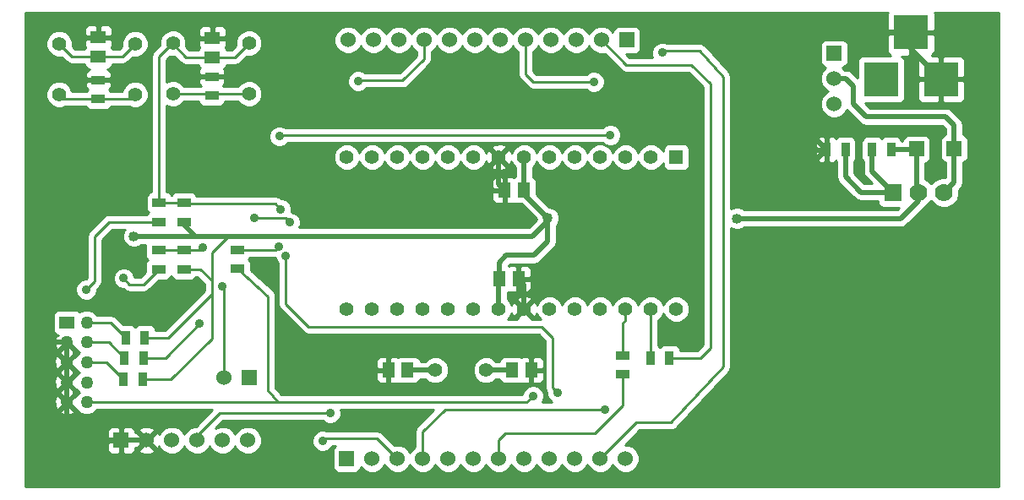
<source format=gbl>
G04 (created by PCBNEW (2013-07-07 BZR 4022)-stable) date 5/31/2014 7:32:52 PM*
%MOIN*%
G04 Gerber Fmt 3.4, Leading zero omitted, Abs format*
%FSLAX34Y34*%
G01*
G70*
G90*
G04 APERTURE LIST*
%ADD10C,0.00590551*%
%ADD11C,0.055*%
%ADD12R,0.06X0.06*%
%ADD13R,0.035X0.055*%
%ADD14R,0.055X0.035*%
%ADD15C,0.06*%
%ADD16C,0.056*%
%ADD17R,0.055X0.055*%
%ADD18R,0.0512X0.059*%
%ADD19R,0.059X0.0512*%
%ADD20R,0.1378X0.1378*%
%ADD21R,0.07X0.07*%
%ADD22C,0.07*%
%ADD23R,0.06X0.05*%
%ADD24C,0.05*%
%ADD25C,0.04*%
%ADD26C,0.035*%
%ADD27C,0.02*%
%ADD28C,0.01*%
G04 APERTURE END LIST*
G54D10*
G54D11*
X61650Y-49425D03*
X61650Y-51425D03*
X58650Y-49425D03*
X58650Y-51425D03*
X66140Y-49400D03*
X66140Y-51400D03*
X63140Y-49400D03*
X63140Y-51400D03*
G54D12*
X92480Y-53580D03*
X93960Y-53560D03*
G54D13*
X82725Y-61825D03*
X81975Y-61825D03*
G54D14*
X62575Y-57575D03*
X62575Y-58325D03*
X63575Y-57575D03*
X63575Y-58325D03*
X65700Y-58300D03*
X65700Y-57550D03*
X63575Y-55700D03*
X63575Y-56450D03*
X62600Y-55700D03*
X62600Y-56450D03*
G54D13*
X61225Y-61825D03*
X61975Y-61825D03*
X89675Y-53600D03*
X88925Y-53600D03*
X61200Y-62675D03*
X61950Y-62675D03*
X90725Y-53600D03*
X91475Y-53600D03*
G54D14*
X64675Y-51475D03*
X64675Y-50725D03*
X60200Y-51600D03*
X60200Y-50850D03*
G54D13*
X61275Y-61025D03*
X62025Y-61025D03*
G54D14*
X80875Y-61725D03*
X80875Y-62475D03*
G54D12*
X89225Y-49800D03*
G54D15*
X89225Y-50800D03*
X89225Y-51800D03*
G54D12*
X66150Y-62600D03*
G54D15*
X65150Y-62600D03*
G54D12*
X61100Y-65075D03*
G54D15*
X62100Y-65075D03*
X63100Y-65075D03*
X64100Y-65075D03*
X65100Y-65075D03*
X66100Y-65075D03*
X75000Y-65800D03*
G54D12*
X70000Y-65800D03*
G54D15*
X71000Y-65800D03*
X72000Y-65800D03*
X73000Y-65800D03*
X74000Y-65800D03*
X75000Y-65800D03*
X76000Y-65800D03*
X77000Y-65800D03*
X78000Y-65800D03*
X79000Y-65800D03*
X80000Y-65800D03*
X81000Y-65800D03*
X76050Y-49275D03*
G54D12*
X81050Y-49275D03*
G54D15*
X80050Y-49275D03*
X79050Y-49275D03*
X78050Y-49275D03*
X77050Y-49275D03*
X76050Y-49275D03*
X75050Y-49275D03*
X74050Y-49275D03*
X73050Y-49275D03*
X72050Y-49275D03*
X71050Y-49275D03*
X70050Y-49275D03*
G54D16*
X73500Y-62300D03*
X75500Y-62300D03*
G54D17*
X83000Y-53900D03*
G54D11*
X82000Y-53900D03*
X81000Y-53900D03*
X80000Y-53900D03*
X79000Y-53900D03*
X78000Y-53900D03*
X77000Y-53900D03*
X76000Y-53900D03*
X75000Y-53900D03*
X74000Y-53900D03*
X73000Y-53900D03*
X72000Y-53900D03*
X71000Y-53900D03*
X70000Y-53900D03*
X70000Y-59900D03*
X71000Y-59900D03*
X72000Y-59900D03*
X73000Y-59900D03*
X74000Y-59900D03*
X75000Y-59900D03*
X76000Y-59900D03*
X77000Y-59900D03*
X78000Y-59900D03*
X79000Y-59900D03*
X80000Y-59900D03*
X81000Y-59900D03*
X82000Y-59900D03*
X83000Y-59900D03*
G54D18*
X76025Y-58700D03*
X76775Y-58700D03*
X77275Y-62300D03*
X76525Y-62300D03*
X71650Y-62300D03*
X72400Y-62300D03*
X76225Y-55200D03*
X76975Y-55200D03*
G54D19*
X64700Y-49950D03*
X64700Y-49200D03*
X60200Y-49925D03*
X60200Y-49175D03*
G54D20*
X91084Y-50825D03*
X93446Y-50825D03*
X92265Y-48975D03*
G54D21*
X91560Y-55290D03*
G54D22*
X92560Y-55290D03*
X93560Y-55290D03*
G54D23*
X58962Y-60425D03*
G54D24*
X59750Y-60425D03*
X58962Y-61212D03*
X59750Y-61212D03*
X58962Y-62000D03*
X59750Y-62000D03*
X58962Y-62787D03*
X59750Y-62787D03*
X58962Y-63574D03*
X59750Y-63574D03*
G54D25*
X61600Y-57025D03*
X77925Y-56300D03*
X85400Y-56325D03*
X89800Y-63000D03*
X77275Y-61150D03*
X76600Y-56400D03*
X85425Y-55525D03*
X61100Y-65075D03*
X59250Y-57475D03*
G54D26*
X80175Y-63850D03*
X82450Y-49775D03*
X69050Y-65100D03*
X79750Y-50925D03*
X69350Y-64000D03*
X61200Y-58675D03*
X59725Y-59125D03*
X64325Y-57475D03*
X80400Y-53025D03*
X67350Y-53075D03*
X64200Y-60475D03*
X67400Y-55950D03*
X67325Y-57425D03*
X70450Y-50900D03*
X65075Y-59000D03*
X66350Y-56300D03*
X67750Y-56475D03*
X67600Y-57800D03*
X78325Y-63200D03*
X77350Y-63325D03*
G54D27*
X77325Y-57025D02*
X65325Y-57025D01*
X63575Y-56450D02*
X63575Y-56575D01*
X63575Y-56575D02*
X64025Y-57025D01*
G54D28*
X63575Y-58325D02*
X64225Y-58325D01*
X64225Y-58325D02*
X64675Y-58775D01*
X61950Y-62675D02*
X63050Y-62675D01*
X64675Y-61050D02*
X64675Y-59300D01*
X63050Y-62675D02*
X64675Y-61050D01*
X62025Y-61025D02*
X62950Y-61025D01*
X64675Y-57675D02*
X65325Y-57025D01*
X64675Y-59300D02*
X64675Y-58775D01*
X64675Y-58775D02*
X64675Y-57675D01*
X62950Y-61025D02*
X64675Y-59300D01*
G54D27*
X77925Y-56300D02*
X77925Y-56425D01*
X65325Y-57025D02*
X64025Y-57025D01*
X64025Y-57025D02*
X61600Y-57025D01*
X77925Y-56425D02*
X77325Y-57025D01*
X76025Y-58700D02*
X76025Y-58050D01*
X77925Y-57225D02*
X77925Y-56300D01*
X77375Y-57775D02*
X77925Y-57225D01*
X76300Y-57775D02*
X77375Y-57775D01*
X76025Y-58050D02*
X76300Y-57775D01*
X92560Y-55290D02*
X92560Y-55615D01*
X91850Y-56325D02*
X85400Y-56325D01*
X92560Y-55615D02*
X91850Y-56325D01*
X76975Y-55350D02*
X76975Y-55200D01*
X77925Y-56300D02*
X76975Y-55350D01*
X91475Y-53600D02*
X92460Y-53600D01*
X92460Y-53600D02*
X92480Y-53580D01*
X92480Y-53580D02*
X92480Y-55210D01*
X92480Y-55210D02*
X92560Y-55290D01*
X76000Y-59900D02*
X76000Y-58725D01*
X76000Y-58725D02*
X76025Y-58700D01*
X77000Y-53900D02*
X77000Y-55175D01*
X77000Y-55175D02*
X76975Y-55200D01*
X77275Y-61150D02*
X77275Y-62300D01*
X87150Y-55375D02*
X88925Y-53600D01*
X85575Y-55375D02*
X87150Y-55375D01*
X85425Y-55525D02*
X85575Y-55375D01*
X92265Y-48975D02*
X88400Y-48975D01*
X88400Y-48975D02*
X87925Y-49450D01*
X87925Y-49450D02*
X87925Y-52600D01*
X87925Y-52600D02*
X88925Y-53600D01*
X92265Y-48975D02*
X92265Y-49644D01*
X92265Y-49644D02*
X93446Y-50825D01*
X58962Y-61212D02*
X58212Y-61212D01*
X58275Y-57475D02*
X59250Y-57475D01*
X58050Y-57700D02*
X58275Y-57475D01*
X58050Y-61050D02*
X58050Y-57700D01*
X58212Y-61212D02*
X58050Y-61050D01*
X61100Y-65075D02*
X62100Y-65075D01*
X58962Y-61212D02*
X58962Y-63574D01*
X58962Y-63574D02*
X58962Y-64412D01*
X59625Y-65075D02*
X61100Y-65075D01*
X58962Y-64412D02*
X59625Y-65075D01*
X59250Y-57475D02*
X59275Y-57500D01*
X77000Y-59900D02*
X77000Y-58925D01*
X77000Y-58925D02*
X76775Y-58700D01*
X76000Y-53900D02*
X76000Y-54975D01*
X76000Y-54975D02*
X76225Y-55200D01*
G54D28*
X81000Y-59900D02*
X81000Y-60325D01*
X80875Y-60450D02*
X80875Y-61725D01*
X81000Y-60325D02*
X80875Y-60450D01*
X73000Y-65800D02*
X73000Y-64725D01*
X73875Y-63850D02*
X80175Y-63850D01*
X73000Y-64725D02*
X73875Y-63850D01*
X81425Y-64375D02*
X80000Y-65800D01*
X82800Y-64375D02*
X81425Y-64375D01*
X84850Y-62175D02*
X82800Y-64375D01*
X84850Y-50725D02*
X84850Y-62175D01*
X83925Y-49700D02*
X84850Y-50725D01*
X82525Y-49700D02*
X83925Y-49700D01*
X82450Y-49775D02*
X82525Y-49700D01*
X71200Y-65000D02*
X72000Y-65800D01*
X69150Y-65000D02*
X71200Y-65000D01*
X69050Y-65100D02*
X69150Y-65000D01*
X77050Y-49275D02*
X77050Y-50625D01*
X77350Y-50925D02*
X79750Y-50925D01*
X77050Y-50625D02*
X77350Y-50925D01*
X82725Y-61825D02*
X83950Y-61825D01*
X81025Y-50250D02*
X80050Y-49275D01*
X83600Y-50250D02*
X81025Y-50250D01*
X84350Y-51000D02*
X83600Y-50250D01*
X84350Y-61425D02*
X84350Y-51000D01*
X83950Y-61825D02*
X84350Y-61425D01*
G54D27*
X89675Y-53600D02*
X89675Y-54675D01*
X90290Y-55290D02*
X91560Y-55290D01*
X89675Y-54675D02*
X90290Y-55290D01*
X90725Y-53600D02*
X90725Y-54455D01*
X90725Y-54455D02*
X91560Y-55290D01*
G54D28*
X59750Y-62000D02*
X60525Y-62000D01*
X60525Y-62000D02*
X61200Y-62675D01*
X64100Y-65075D02*
X64100Y-64900D01*
X64100Y-64900D02*
X65000Y-64000D01*
X65000Y-64000D02*
X69350Y-64000D01*
X61425Y-58925D02*
X61975Y-58925D01*
X61200Y-58675D02*
X61425Y-58925D01*
X61975Y-58925D02*
X62575Y-58325D01*
X62600Y-56450D02*
X60625Y-56450D01*
X60050Y-58800D02*
X59725Y-59125D01*
X60050Y-57025D02*
X60050Y-58800D01*
X60625Y-56450D02*
X60050Y-57025D01*
X63575Y-57575D02*
X64225Y-57575D01*
X64225Y-57575D02*
X64325Y-57475D01*
X62575Y-57575D02*
X63575Y-57575D01*
X60200Y-49925D02*
X59150Y-49925D01*
X59150Y-49925D02*
X58650Y-49425D01*
X60200Y-49925D02*
X61150Y-49925D01*
X61150Y-49925D02*
X61650Y-49425D01*
X66140Y-51400D02*
X64750Y-51400D01*
X64750Y-51400D02*
X64675Y-51475D01*
X63140Y-51400D02*
X64600Y-51400D01*
X64600Y-51400D02*
X64675Y-51475D01*
X67400Y-53025D02*
X80400Y-53025D01*
X67350Y-53075D02*
X67400Y-53025D01*
X61975Y-61825D02*
X62850Y-61825D01*
X62850Y-61825D02*
X64200Y-60475D01*
X59750Y-61212D02*
X60612Y-61212D01*
X60612Y-61212D02*
X61225Y-61825D01*
X65700Y-57550D02*
X67200Y-57550D01*
X67400Y-55950D02*
X67175Y-55725D01*
X67175Y-55725D02*
X63325Y-55725D01*
X67200Y-57550D02*
X67325Y-57425D01*
X63140Y-49400D02*
X63125Y-49400D01*
X62600Y-49925D02*
X62600Y-55700D01*
X63125Y-49400D02*
X62600Y-49925D01*
X63575Y-55700D02*
X62600Y-55700D01*
X63140Y-49400D02*
X63140Y-49440D01*
X63650Y-49950D02*
X64700Y-49950D01*
X63140Y-49440D02*
X63650Y-49950D01*
X64700Y-49950D02*
X65590Y-49950D01*
X65590Y-49950D02*
X66140Y-49400D01*
X79750Y-64800D02*
X79775Y-64800D01*
X79775Y-64800D02*
X80875Y-63700D01*
X80875Y-63700D02*
X80875Y-62475D01*
X76000Y-65800D02*
X76000Y-65050D01*
X76250Y-64800D02*
X79750Y-64800D01*
X76000Y-65050D02*
X76250Y-64800D01*
X59750Y-60425D02*
X60675Y-60425D01*
X60675Y-60425D02*
X61275Y-61025D01*
X60200Y-51600D02*
X61475Y-51600D01*
X61475Y-51600D02*
X61650Y-51425D01*
X60200Y-51600D02*
X58825Y-51600D01*
X58825Y-51600D02*
X58650Y-51425D01*
X73050Y-50025D02*
X73050Y-49275D01*
X72200Y-50875D02*
X73050Y-50025D01*
X70475Y-50875D02*
X72200Y-50875D01*
X70450Y-50900D02*
X70475Y-50875D01*
X82000Y-59900D02*
X82000Y-61800D01*
X82000Y-61800D02*
X81975Y-61825D01*
X65150Y-59075D02*
X65150Y-62600D01*
X65150Y-59075D02*
X65075Y-59000D01*
G54D27*
X90500Y-52300D02*
X93625Y-52300D01*
X89700Y-50800D02*
X90000Y-51100D01*
X90000Y-51100D02*
X90000Y-51800D01*
X90000Y-51800D02*
X90500Y-52300D01*
X89225Y-50800D02*
X89700Y-50800D01*
X93960Y-52635D02*
X93960Y-53560D01*
X93625Y-52300D02*
X93960Y-52635D01*
X93960Y-53560D02*
X93960Y-54890D01*
X93960Y-54890D02*
X93560Y-55290D01*
X75500Y-62300D02*
X76525Y-62300D01*
X73500Y-62300D02*
X72400Y-62300D01*
G54D28*
X67575Y-56300D02*
X66350Y-56300D01*
X67750Y-56475D02*
X67575Y-56300D01*
X67600Y-59700D02*
X67600Y-57800D01*
X68500Y-60600D02*
X67600Y-59700D01*
X77700Y-60600D02*
X68500Y-60600D01*
X78125Y-61025D02*
X77700Y-60600D01*
X78125Y-63000D02*
X78125Y-61025D01*
X78325Y-63200D02*
X78125Y-63000D01*
X67325Y-63574D02*
X67274Y-63574D01*
X66900Y-59400D02*
X65700Y-58300D01*
X66900Y-63100D02*
X66900Y-59400D01*
X67274Y-63574D02*
X66900Y-63100D01*
X77100Y-63574D02*
X67325Y-63574D01*
X67325Y-63574D02*
X59750Y-63574D01*
X77350Y-63325D02*
X77100Y-63574D01*
G54D10*
G36*
X78073Y-63550D02*
X77781Y-63550D01*
X77781Y-62545D01*
X77781Y-62054D01*
X77780Y-61955D01*
X77742Y-61863D01*
X77672Y-61792D01*
X77580Y-61754D01*
X77387Y-61755D01*
X77325Y-61817D01*
X77325Y-62250D01*
X77718Y-62250D01*
X77781Y-62187D01*
X77781Y-62054D01*
X77781Y-62545D01*
X77781Y-62412D01*
X77718Y-62350D01*
X77325Y-62350D01*
X77325Y-62782D01*
X77387Y-62845D01*
X77580Y-62845D01*
X77672Y-62807D01*
X77742Y-62736D01*
X77780Y-62644D01*
X77781Y-62545D01*
X77781Y-63550D01*
X77716Y-63550D01*
X77774Y-63409D01*
X77775Y-63240D01*
X77710Y-63084D01*
X77591Y-62964D01*
X77434Y-62900D01*
X77265Y-62899D01*
X77225Y-62916D01*
X77225Y-62782D01*
X77225Y-62350D01*
X77217Y-62350D01*
X77217Y-62250D01*
X77225Y-62250D01*
X77225Y-61817D01*
X77162Y-61755D01*
X76969Y-61754D01*
X76899Y-61783D01*
X76830Y-61755D01*
X76731Y-61754D01*
X76219Y-61754D01*
X76127Y-61792D01*
X76057Y-61863D01*
X76021Y-61950D01*
X75899Y-61950D01*
X75800Y-61850D01*
X75605Y-61770D01*
X75395Y-61769D01*
X75200Y-61850D01*
X75050Y-61999D01*
X74970Y-62194D01*
X74969Y-62404D01*
X75050Y-62599D01*
X75199Y-62749D01*
X75394Y-62829D01*
X75604Y-62830D01*
X75799Y-62749D01*
X75899Y-62650D01*
X76021Y-62650D01*
X76056Y-62736D01*
X76127Y-62806D01*
X76219Y-62844D01*
X76318Y-62845D01*
X76830Y-62845D01*
X76900Y-62816D01*
X76969Y-62845D01*
X77162Y-62845D01*
X77225Y-62782D01*
X77225Y-62916D01*
X77109Y-62964D01*
X76989Y-63083D01*
X76925Y-63240D01*
X76925Y-63274D01*
X74030Y-63274D01*
X74030Y-62195D01*
X73949Y-62000D01*
X73800Y-61850D01*
X73605Y-61770D01*
X73395Y-61769D01*
X73200Y-61850D01*
X73100Y-61950D01*
X72903Y-61950D01*
X72868Y-61863D01*
X72797Y-61793D01*
X72705Y-61755D01*
X72606Y-61754D01*
X72094Y-61754D01*
X72025Y-61783D01*
X71955Y-61754D01*
X71762Y-61755D01*
X71700Y-61817D01*
X71700Y-62250D01*
X71707Y-62250D01*
X71707Y-62350D01*
X71700Y-62350D01*
X71700Y-62782D01*
X71762Y-62845D01*
X71955Y-62845D01*
X72025Y-62816D01*
X72094Y-62844D01*
X72193Y-62845D01*
X72705Y-62845D01*
X72797Y-62807D01*
X72867Y-62736D01*
X72903Y-62650D01*
X73100Y-62650D01*
X73199Y-62749D01*
X73394Y-62829D01*
X73604Y-62830D01*
X73799Y-62749D01*
X73949Y-62600D01*
X74029Y-62405D01*
X74030Y-62195D01*
X74030Y-63274D01*
X71600Y-63274D01*
X71600Y-62782D01*
X71600Y-62350D01*
X71600Y-62250D01*
X71600Y-61817D01*
X71537Y-61755D01*
X71344Y-61754D01*
X71252Y-61792D01*
X71182Y-61863D01*
X71144Y-61955D01*
X71143Y-62054D01*
X71144Y-62187D01*
X71206Y-62250D01*
X71600Y-62250D01*
X71600Y-62350D01*
X71206Y-62350D01*
X71144Y-62412D01*
X71143Y-62545D01*
X71144Y-62644D01*
X71182Y-62736D01*
X71252Y-62807D01*
X71344Y-62845D01*
X71537Y-62845D01*
X71600Y-62782D01*
X71600Y-63274D01*
X67420Y-63274D01*
X67200Y-62995D01*
X67200Y-59400D01*
X67198Y-59393D01*
X67199Y-59386D01*
X67186Y-59330D01*
X67177Y-59285D01*
X67173Y-59280D01*
X67172Y-59272D01*
X67137Y-59225D01*
X67112Y-59187D01*
X67107Y-59184D01*
X67102Y-59178D01*
X66225Y-58374D01*
X66225Y-58075D01*
X66187Y-57983D01*
X66128Y-57924D01*
X66186Y-57866D01*
X66193Y-57850D01*
X67174Y-57850D01*
X67174Y-57884D01*
X67239Y-58040D01*
X67300Y-58101D01*
X67300Y-59700D01*
X67322Y-59814D01*
X67387Y-59912D01*
X68287Y-60812D01*
X68287Y-60812D01*
X68385Y-60877D01*
X68500Y-60900D01*
X77575Y-60900D01*
X77825Y-61149D01*
X77825Y-63000D01*
X77847Y-63114D01*
X77900Y-63192D01*
X77899Y-63284D01*
X77964Y-63440D01*
X78073Y-63550D01*
X78073Y-63550D01*
G37*
G54D28*
X78073Y-63550D02*
X77781Y-63550D01*
X77781Y-62545D01*
X77781Y-62054D01*
X77780Y-61955D01*
X77742Y-61863D01*
X77672Y-61792D01*
X77580Y-61754D01*
X77387Y-61755D01*
X77325Y-61817D01*
X77325Y-62250D01*
X77718Y-62250D01*
X77781Y-62187D01*
X77781Y-62054D01*
X77781Y-62545D01*
X77781Y-62412D01*
X77718Y-62350D01*
X77325Y-62350D01*
X77325Y-62782D01*
X77387Y-62845D01*
X77580Y-62845D01*
X77672Y-62807D01*
X77742Y-62736D01*
X77780Y-62644D01*
X77781Y-62545D01*
X77781Y-63550D01*
X77716Y-63550D01*
X77774Y-63409D01*
X77775Y-63240D01*
X77710Y-63084D01*
X77591Y-62964D01*
X77434Y-62900D01*
X77265Y-62899D01*
X77225Y-62916D01*
X77225Y-62782D01*
X77225Y-62350D01*
X77217Y-62350D01*
X77217Y-62250D01*
X77225Y-62250D01*
X77225Y-61817D01*
X77162Y-61755D01*
X76969Y-61754D01*
X76899Y-61783D01*
X76830Y-61755D01*
X76731Y-61754D01*
X76219Y-61754D01*
X76127Y-61792D01*
X76057Y-61863D01*
X76021Y-61950D01*
X75899Y-61950D01*
X75800Y-61850D01*
X75605Y-61770D01*
X75395Y-61769D01*
X75200Y-61850D01*
X75050Y-61999D01*
X74970Y-62194D01*
X74969Y-62404D01*
X75050Y-62599D01*
X75199Y-62749D01*
X75394Y-62829D01*
X75604Y-62830D01*
X75799Y-62749D01*
X75899Y-62650D01*
X76021Y-62650D01*
X76056Y-62736D01*
X76127Y-62806D01*
X76219Y-62844D01*
X76318Y-62845D01*
X76830Y-62845D01*
X76900Y-62816D01*
X76969Y-62845D01*
X77162Y-62845D01*
X77225Y-62782D01*
X77225Y-62916D01*
X77109Y-62964D01*
X76989Y-63083D01*
X76925Y-63240D01*
X76925Y-63274D01*
X74030Y-63274D01*
X74030Y-62195D01*
X73949Y-62000D01*
X73800Y-61850D01*
X73605Y-61770D01*
X73395Y-61769D01*
X73200Y-61850D01*
X73100Y-61950D01*
X72903Y-61950D01*
X72868Y-61863D01*
X72797Y-61793D01*
X72705Y-61755D01*
X72606Y-61754D01*
X72094Y-61754D01*
X72025Y-61783D01*
X71955Y-61754D01*
X71762Y-61755D01*
X71700Y-61817D01*
X71700Y-62250D01*
X71707Y-62250D01*
X71707Y-62350D01*
X71700Y-62350D01*
X71700Y-62782D01*
X71762Y-62845D01*
X71955Y-62845D01*
X72025Y-62816D01*
X72094Y-62844D01*
X72193Y-62845D01*
X72705Y-62845D01*
X72797Y-62807D01*
X72867Y-62736D01*
X72903Y-62650D01*
X73100Y-62650D01*
X73199Y-62749D01*
X73394Y-62829D01*
X73604Y-62830D01*
X73799Y-62749D01*
X73949Y-62600D01*
X74029Y-62405D01*
X74030Y-62195D01*
X74030Y-63274D01*
X71600Y-63274D01*
X71600Y-62782D01*
X71600Y-62350D01*
X71600Y-62250D01*
X71600Y-61817D01*
X71537Y-61755D01*
X71344Y-61754D01*
X71252Y-61792D01*
X71182Y-61863D01*
X71144Y-61955D01*
X71143Y-62054D01*
X71144Y-62187D01*
X71206Y-62250D01*
X71600Y-62250D01*
X71600Y-62350D01*
X71206Y-62350D01*
X71144Y-62412D01*
X71143Y-62545D01*
X71144Y-62644D01*
X71182Y-62736D01*
X71252Y-62807D01*
X71344Y-62845D01*
X71537Y-62845D01*
X71600Y-62782D01*
X71600Y-63274D01*
X67420Y-63274D01*
X67200Y-62995D01*
X67200Y-59400D01*
X67198Y-59393D01*
X67199Y-59386D01*
X67186Y-59330D01*
X67177Y-59285D01*
X67173Y-59280D01*
X67172Y-59272D01*
X67137Y-59225D01*
X67112Y-59187D01*
X67107Y-59184D01*
X67102Y-59178D01*
X66225Y-58374D01*
X66225Y-58075D01*
X66187Y-57983D01*
X66128Y-57924D01*
X66186Y-57866D01*
X66193Y-57850D01*
X67174Y-57850D01*
X67174Y-57884D01*
X67239Y-58040D01*
X67300Y-58101D01*
X67300Y-59700D01*
X67322Y-59814D01*
X67387Y-59912D01*
X68287Y-60812D01*
X68287Y-60812D01*
X68385Y-60877D01*
X68500Y-60900D01*
X77575Y-60900D01*
X77825Y-61149D01*
X77825Y-63000D01*
X77847Y-63114D01*
X77900Y-63192D01*
X77899Y-63284D01*
X77964Y-63440D01*
X78073Y-63550D01*
G54D10*
G36*
X95710Y-66910D02*
X94510Y-66910D01*
X94510Y-53810D01*
X94510Y-53210D01*
X94472Y-53118D01*
X94401Y-53048D01*
X94385Y-53041D01*
X94385Y-51464D01*
X94385Y-50185D01*
X94384Y-50086D01*
X94346Y-49994D01*
X94276Y-49923D01*
X94184Y-49885D01*
X93558Y-49886D01*
X93496Y-49948D01*
X93496Y-50775D01*
X94322Y-50775D01*
X94385Y-50712D01*
X94385Y-50185D01*
X94385Y-51464D01*
X94385Y-50937D01*
X94322Y-50875D01*
X93496Y-50875D01*
X93496Y-51701D01*
X93558Y-51764D01*
X94184Y-51764D01*
X94276Y-51726D01*
X94346Y-51655D01*
X94384Y-51563D01*
X94385Y-51464D01*
X94385Y-53041D01*
X94310Y-53010D01*
X94310Y-52635D01*
X94283Y-52501D01*
X94207Y-52387D01*
X93872Y-52052D01*
X93758Y-51976D01*
X93625Y-51950D01*
X93396Y-51950D01*
X93396Y-51701D01*
X93396Y-50875D01*
X93396Y-50775D01*
X93396Y-49948D01*
X93333Y-49886D01*
X93071Y-49885D01*
X93095Y-49876D01*
X93165Y-49805D01*
X93203Y-49713D01*
X93204Y-49614D01*
X93204Y-49087D01*
X93141Y-49025D01*
X92315Y-49025D01*
X92315Y-49851D01*
X92377Y-49914D01*
X92639Y-49914D01*
X92615Y-49923D01*
X92545Y-49994D01*
X92507Y-50086D01*
X92506Y-50185D01*
X92507Y-50712D01*
X92569Y-50775D01*
X93396Y-50775D01*
X93396Y-50875D01*
X92569Y-50875D01*
X92507Y-50937D01*
X92506Y-51464D01*
X92507Y-51563D01*
X92545Y-51655D01*
X92615Y-51726D01*
X92707Y-51764D01*
X93333Y-51764D01*
X93396Y-51701D01*
X93396Y-51950D01*
X90644Y-51950D01*
X90459Y-51764D01*
X91822Y-51764D01*
X91914Y-51726D01*
X91984Y-51655D01*
X92022Y-51563D01*
X92023Y-51464D01*
X92023Y-50086D01*
X91985Y-49994D01*
X91914Y-49924D01*
X91890Y-49914D01*
X92152Y-49914D01*
X92215Y-49851D01*
X92215Y-49025D01*
X91388Y-49025D01*
X91326Y-49087D01*
X91325Y-49614D01*
X91326Y-49713D01*
X91364Y-49805D01*
X91434Y-49876D01*
X91458Y-49885D01*
X90345Y-49885D01*
X90253Y-49923D01*
X90183Y-49994D01*
X90145Y-50086D01*
X90144Y-50185D01*
X90144Y-50749D01*
X89947Y-50552D01*
X89833Y-50476D01*
X89700Y-50450D01*
X89652Y-50450D01*
X89552Y-50350D01*
X89574Y-50350D01*
X89666Y-50312D01*
X89736Y-50241D01*
X89774Y-50149D01*
X89775Y-50050D01*
X89775Y-49450D01*
X89737Y-49358D01*
X89666Y-49288D01*
X89574Y-49250D01*
X89475Y-49249D01*
X88875Y-49249D01*
X88783Y-49287D01*
X88713Y-49358D01*
X88675Y-49450D01*
X88674Y-49549D01*
X88674Y-50149D01*
X88712Y-50241D01*
X88783Y-50311D01*
X88875Y-50349D01*
X88897Y-50349D01*
X88759Y-50488D01*
X88675Y-50690D01*
X88674Y-50908D01*
X88758Y-51111D01*
X88913Y-51265D01*
X88994Y-51299D01*
X88913Y-51333D01*
X88759Y-51488D01*
X88675Y-51690D01*
X88674Y-51908D01*
X88758Y-52111D01*
X88913Y-52265D01*
X89115Y-52349D01*
X89333Y-52350D01*
X89536Y-52266D01*
X89690Y-52111D01*
X89731Y-52015D01*
X89752Y-52047D01*
X90252Y-52547D01*
X90366Y-52623D01*
X90366Y-52623D01*
X90500Y-52650D01*
X93480Y-52650D01*
X93610Y-52779D01*
X93610Y-53010D01*
X93518Y-53047D01*
X93448Y-53118D01*
X93410Y-53210D01*
X93409Y-53309D01*
X93409Y-53909D01*
X93447Y-54001D01*
X93518Y-54071D01*
X93610Y-54109D01*
X93610Y-54690D01*
X93441Y-54689D01*
X93220Y-54781D01*
X93059Y-54941D01*
X92900Y-54781D01*
X92830Y-54752D01*
X92830Y-54129D01*
X92921Y-54092D01*
X92991Y-54021D01*
X93029Y-53929D01*
X93030Y-53830D01*
X93030Y-53230D01*
X92992Y-53138D01*
X92921Y-53068D01*
X92829Y-53030D01*
X92730Y-53029D01*
X92130Y-53029D01*
X92038Y-53067D01*
X91968Y-53138D01*
X91930Y-53230D01*
X91930Y-53250D01*
X91889Y-53250D01*
X91862Y-53183D01*
X91791Y-53113D01*
X91699Y-53075D01*
X91600Y-53074D01*
X91250Y-53074D01*
X91158Y-53112D01*
X91099Y-53171D01*
X91041Y-53113D01*
X90949Y-53075D01*
X90850Y-53074D01*
X90500Y-53074D01*
X90408Y-53112D01*
X90338Y-53183D01*
X90300Y-53275D01*
X90299Y-53374D01*
X90299Y-53924D01*
X90337Y-54016D01*
X90375Y-54053D01*
X90375Y-54455D01*
X90401Y-54588D01*
X90477Y-54702D01*
X90715Y-54940D01*
X90434Y-54940D01*
X90025Y-54530D01*
X90025Y-54053D01*
X90061Y-54016D01*
X90099Y-53924D01*
X90100Y-53825D01*
X90100Y-53275D01*
X90062Y-53183D01*
X89991Y-53113D01*
X89899Y-53075D01*
X89800Y-53074D01*
X89450Y-53074D01*
X89358Y-53112D01*
X89300Y-53171D01*
X89241Y-53112D01*
X89149Y-53074D01*
X89037Y-53075D01*
X88975Y-53137D01*
X88975Y-53550D01*
X88982Y-53550D01*
X88982Y-53650D01*
X88975Y-53650D01*
X88975Y-54062D01*
X89037Y-54125D01*
X89149Y-54125D01*
X89241Y-54087D01*
X89300Y-54028D01*
X89325Y-54053D01*
X89325Y-54675D01*
X89351Y-54808D01*
X89427Y-54922D01*
X90042Y-55537D01*
X90156Y-55613D01*
X90156Y-55613D01*
X90290Y-55640D01*
X90959Y-55640D01*
X90959Y-55689D01*
X90997Y-55781D01*
X91068Y-55851D01*
X91160Y-55889D01*
X91259Y-55890D01*
X91789Y-55890D01*
X91705Y-55975D01*
X88875Y-55975D01*
X88875Y-54062D01*
X88875Y-53650D01*
X88875Y-53550D01*
X88875Y-53137D01*
X88812Y-53075D01*
X88700Y-53074D01*
X88608Y-53112D01*
X88538Y-53183D01*
X88500Y-53275D01*
X88499Y-53374D01*
X88500Y-53487D01*
X88562Y-53550D01*
X88875Y-53550D01*
X88875Y-53650D01*
X88562Y-53650D01*
X88500Y-53712D01*
X88499Y-53825D01*
X88500Y-53924D01*
X88538Y-54016D01*
X88608Y-54087D01*
X88700Y-54125D01*
X88812Y-54125D01*
X88875Y-54062D01*
X88875Y-55975D01*
X85686Y-55975D01*
X85655Y-55943D01*
X85489Y-55875D01*
X85310Y-55874D01*
X85150Y-55941D01*
X85150Y-50740D01*
X85150Y-50739D01*
X85150Y-50737D01*
X85150Y-50725D01*
X85142Y-50688D01*
X85133Y-50623D01*
X85128Y-50615D01*
X85127Y-50610D01*
X85108Y-50581D01*
X85073Y-50523D01*
X84147Y-49498D01*
X84141Y-49494D01*
X84137Y-49487D01*
X84094Y-49459D01*
X84053Y-49428D01*
X84046Y-49427D01*
X84039Y-49422D01*
X83989Y-49412D01*
X83940Y-49400D01*
X83932Y-49401D01*
X83925Y-49400D01*
X82655Y-49400D01*
X82534Y-49350D01*
X82365Y-49349D01*
X82209Y-49414D01*
X82089Y-49533D01*
X82025Y-49690D01*
X82024Y-49859D01*
X82062Y-49950D01*
X81149Y-49950D01*
X81024Y-49825D01*
X81399Y-49825D01*
X81491Y-49787D01*
X81561Y-49716D01*
X81599Y-49624D01*
X81600Y-49525D01*
X81600Y-48925D01*
X81562Y-48833D01*
X81491Y-48763D01*
X81399Y-48725D01*
X81300Y-48724D01*
X80700Y-48724D01*
X80608Y-48762D01*
X80538Y-48833D01*
X80500Y-48925D01*
X80500Y-48947D01*
X80361Y-48809D01*
X80159Y-48725D01*
X79941Y-48724D01*
X79738Y-48808D01*
X79584Y-48963D01*
X79550Y-49044D01*
X79516Y-48963D01*
X79361Y-48809D01*
X79159Y-48725D01*
X78941Y-48724D01*
X78738Y-48808D01*
X78584Y-48963D01*
X78550Y-49044D01*
X78516Y-48963D01*
X78361Y-48809D01*
X78159Y-48725D01*
X77941Y-48724D01*
X77738Y-48808D01*
X77584Y-48963D01*
X77550Y-49044D01*
X77516Y-48963D01*
X77361Y-48809D01*
X77159Y-48725D01*
X76941Y-48724D01*
X76738Y-48808D01*
X76584Y-48963D01*
X76550Y-49044D01*
X76516Y-48963D01*
X76361Y-48809D01*
X76159Y-48725D01*
X75941Y-48724D01*
X75738Y-48808D01*
X75584Y-48963D01*
X75550Y-49044D01*
X75516Y-48963D01*
X75361Y-48809D01*
X75159Y-48725D01*
X74941Y-48724D01*
X74738Y-48808D01*
X74584Y-48963D01*
X74550Y-49044D01*
X74516Y-48963D01*
X74361Y-48809D01*
X74159Y-48725D01*
X73941Y-48724D01*
X73738Y-48808D01*
X73584Y-48963D01*
X73550Y-49044D01*
X73516Y-48963D01*
X73361Y-48809D01*
X73159Y-48725D01*
X72941Y-48724D01*
X72738Y-48808D01*
X72584Y-48963D01*
X72550Y-49044D01*
X72516Y-48963D01*
X72361Y-48809D01*
X72159Y-48725D01*
X71941Y-48724D01*
X71738Y-48808D01*
X71584Y-48963D01*
X71550Y-49044D01*
X71516Y-48963D01*
X71361Y-48809D01*
X71159Y-48725D01*
X70941Y-48724D01*
X70738Y-48808D01*
X70584Y-48963D01*
X70550Y-49044D01*
X70516Y-48963D01*
X70361Y-48809D01*
X70159Y-48725D01*
X69941Y-48724D01*
X69738Y-48808D01*
X69584Y-48963D01*
X69500Y-49165D01*
X69499Y-49383D01*
X69583Y-49586D01*
X69738Y-49740D01*
X69940Y-49824D01*
X70158Y-49825D01*
X70361Y-49741D01*
X70515Y-49586D01*
X70549Y-49505D01*
X70583Y-49586D01*
X70738Y-49740D01*
X70940Y-49824D01*
X71158Y-49825D01*
X71361Y-49741D01*
X71515Y-49586D01*
X71549Y-49505D01*
X71583Y-49586D01*
X71738Y-49740D01*
X71940Y-49824D01*
X72158Y-49825D01*
X72361Y-49741D01*
X72515Y-49586D01*
X72549Y-49505D01*
X72583Y-49586D01*
X72738Y-49740D01*
X72750Y-49745D01*
X72750Y-49900D01*
X72075Y-50575D01*
X70726Y-50575D01*
X70691Y-50539D01*
X70534Y-50475D01*
X70365Y-50474D01*
X70209Y-50539D01*
X70089Y-50658D01*
X70025Y-50815D01*
X70024Y-50984D01*
X70089Y-51140D01*
X70208Y-51260D01*
X70365Y-51324D01*
X70534Y-51325D01*
X70690Y-51260D01*
X70776Y-51175D01*
X72200Y-51175D01*
X72200Y-51174D01*
X72314Y-51152D01*
X72314Y-51152D01*
X72412Y-51087D01*
X73262Y-50237D01*
X73327Y-50139D01*
X73349Y-50025D01*
X73350Y-50025D01*
X73350Y-49746D01*
X73361Y-49741D01*
X73515Y-49586D01*
X73549Y-49505D01*
X73583Y-49586D01*
X73738Y-49740D01*
X73940Y-49824D01*
X74158Y-49825D01*
X74361Y-49741D01*
X74515Y-49586D01*
X74549Y-49505D01*
X74583Y-49586D01*
X74738Y-49740D01*
X74940Y-49824D01*
X75158Y-49825D01*
X75361Y-49741D01*
X75515Y-49586D01*
X75549Y-49505D01*
X75583Y-49586D01*
X75738Y-49740D01*
X75940Y-49824D01*
X76158Y-49825D01*
X76361Y-49741D01*
X76515Y-49586D01*
X76549Y-49505D01*
X76583Y-49586D01*
X76738Y-49740D01*
X76750Y-49745D01*
X76750Y-50625D01*
X76772Y-50739D01*
X76837Y-50837D01*
X77137Y-51137D01*
X77137Y-51137D01*
X77235Y-51202D01*
X77349Y-51224D01*
X77350Y-51225D01*
X79448Y-51225D01*
X79508Y-51285D01*
X79665Y-51349D01*
X79834Y-51350D01*
X79990Y-51285D01*
X80110Y-51166D01*
X80174Y-51009D01*
X80175Y-50840D01*
X80110Y-50684D01*
X79991Y-50564D01*
X79834Y-50500D01*
X79665Y-50499D01*
X79509Y-50564D01*
X79448Y-50625D01*
X77474Y-50625D01*
X77350Y-50500D01*
X77350Y-49746D01*
X77361Y-49741D01*
X77515Y-49586D01*
X77549Y-49505D01*
X77583Y-49586D01*
X77738Y-49740D01*
X77940Y-49824D01*
X78158Y-49825D01*
X78361Y-49741D01*
X78515Y-49586D01*
X78549Y-49505D01*
X78583Y-49586D01*
X78738Y-49740D01*
X78940Y-49824D01*
X79158Y-49825D01*
X79361Y-49741D01*
X79515Y-49586D01*
X79549Y-49505D01*
X79583Y-49586D01*
X79738Y-49740D01*
X79940Y-49824D01*
X80158Y-49825D01*
X80170Y-49820D01*
X80812Y-50462D01*
X80812Y-50462D01*
X80910Y-50527D01*
X81024Y-50549D01*
X81025Y-50550D01*
X83475Y-50550D01*
X84050Y-51124D01*
X84050Y-61300D01*
X83825Y-61525D01*
X83150Y-61525D01*
X83150Y-61500D01*
X83112Y-61408D01*
X83041Y-61338D01*
X82949Y-61300D01*
X82850Y-61299D01*
X82500Y-61299D01*
X82408Y-61337D01*
X82349Y-61396D01*
X82300Y-61346D01*
X82300Y-60342D01*
X82444Y-60197D01*
X82500Y-60064D01*
X82554Y-60197D01*
X82702Y-60344D01*
X82895Y-60424D01*
X83103Y-60425D01*
X83297Y-60345D01*
X83444Y-60197D01*
X83524Y-60004D01*
X83525Y-59796D01*
X83445Y-59603D01*
X83297Y-59455D01*
X83104Y-59375D01*
X82896Y-59374D01*
X82703Y-59454D01*
X82555Y-59602D01*
X82499Y-59735D01*
X82445Y-59603D01*
X82297Y-59455D01*
X82104Y-59375D01*
X81896Y-59374D01*
X81703Y-59454D01*
X81555Y-59602D01*
X81499Y-59735D01*
X81445Y-59603D01*
X81297Y-59455D01*
X81104Y-59375D01*
X80896Y-59374D01*
X80703Y-59454D01*
X80555Y-59602D01*
X80499Y-59735D01*
X80445Y-59603D01*
X80297Y-59455D01*
X80104Y-59375D01*
X79896Y-59374D01*
X79703Y-59454D01*
X79555Y-59602D01*
X79499Y-59735D01*
X79445Y-59603D01*
X79297Y-59455D01*
X79104Y-59375D01*
X78896Y-59374D01*
X78703Y-59454D01*
X78555Y-59602D01*
X78499Y-59735D01*
X78445Y-59603D01*
X78297Y-59455D01*
X78104Y-59375D01*
X77896Y-59374D01*
X77703Y-59454D01*
X77555Y-59602D01*
X77502Y-59728D01*
X77460Y-59627D01*
X77367Y-59602D01*
X77297Y-59673D01*
X77297Y-59532D01*
X77281Y-59470D01*
X77281Y-58945D01*
X77281Y-58454D01*
X77280Y-58355D01*
X77242Y-58263D01*
X77172Y-58192D01*
X77080Y-58154D01*
X76887Y-58155D01*
X76825Y-58217D01*
X76825Y-58650D01*
X77218Y-58650D01*
X77281Y-58587D01*
X77281Y-58454D01*
X77281Y-58945D01*
X77281Y-58812D01*
X77218Y-58750D01*
X76825Y-58750D01*
X76825Y-59182D01*
X76887Y-59245D01*
X77080Y-59245D01*
X77172Y-59207D01*
X77242Y-59136D01*
X77280Y-59044D01*
X77281Y-58945D01*
X77281Y-59470D01*
X77272Y-59439D01*
X77075Y-59370D01*
X76867Y-59381D01*
X76727Y-59439D01*
X76702Y-59532D01*
X77000Y-59829D01*
X77297Y-59532D01*
X77297Y-59673D01*
X77070Y-59900D01*
X77367Y-60197D01*
X77460Y-60172D01*
X77499Y-60062D01*
X77554Y-60197D01*
X77657Y-60300D01*
X77288Y-60300D01*
X77297Y-60267D01*
X77000Y-59970D01*
X76702Y-60267D01*
X76711Y-60300D01*
X76342Y-60300D01*
X76444Y-60197D01*
X76497Y-60071D01*
X76539Y-60172D01*
X76632Y-60197D01*
X76929Y-59900D01*
X76632Y-59602D01*
X76539Y-59627D01*
X76500Y-59737D01*
X76445Y-59603D01*
X76350Y-59507D01*
X76350Y-59236D01*
X76400Y-59216D01*
X76469Y-59245D01*
X76662Y-59245D01*
X76725Y-59182D01*
X76725Y-58750D01*
X76717Y-58750D01*
X76717Y-58650D01*
X76725Y-58650D01*
X76725Y-58217D01*
X76662Y-58155D01*
X76469Y-58154D01*
X76399Y-58183D01*
X76390Y-58179D01*
X76444Y-58125D01*
X77375Y-58125D01*
X77508Y-58098D01*
X77508Y-58098D01*
X77622Y-58022D01*
X78172Y-57472D01*
X78248Y-57358D01*
X78275Y-57225D01*
X78275Y-56586D01*
X78306Y-56555D01*
X78374Y-56389D01*
X78375Y-56210D01*
X78306Y-56045D01*
X78180Y-55918D01*
X78014Y-55850D01*
X77970Y-55850D01*
X77481Y-55361D01*
X77481Y-54855D01*
X77443Y-54763D01*
X77372Y-54693D01*
X77350Y-54683D01*
X77350Y-54292D01*
X77444Y-54197D01*
X77500Y-54064D01*
X77554Y-54197D01*
X77702Y-54344D01*
X77895Y-54424D01*
X78103Y-54425D01*
X78297Y-54345D01*
X78444Y-54197D01*
X78500Y-54064D01*
X78554Y-54197D01*
X78702Y-54344D01*
X78895Y-54424D01*
X79103Y-54425D01*
X79297Y-54345D01*
X79444Y-54197D01*
X79500Y-54064D01*
X79554Y-54197D01*
X79702Y-54344D01*
X79895Y-54424D01*
X80103Y-54425D01*
X80297Y-54345D01*
X80444Y-54197D01*
X80500Y-54064D01*
X80554Y-54197D01*
X80702Y-54344D01*
X80895Y-54424D01*
X81103Y-54425D01*
X81297Y-54345D01*
X81444Y-54197D01*
X81500Y-54064D01*
X81554Y-54197D01*
X81702Y-54344D01*
X81895Y-54424D01*
X82103Y-54425D01*
X82297Y-54345D01*
X82444Y-54197D01*
X82474Y-54125D01*
X82474Y-54224D01*
X82512Y-54316D01*
X82583Y-54386D01*
X82675Y-54424D01*
X82774Y-54425D01*
X83324Y-54425D01*
X83416Y-54387D01*
X83486Y-54316D01*
X83524Y-54224D01*
X83525Y-54125D01*
X83525Y-53575D01*
X83487Y-53483D01*
X83416Y-53413D01*
X83324Y-53375D01*
X83225Y-53374D01*
X82675Y-53374D01*
X82583Y-53412D01*
X82513Y-53483D01*
X82475Y-53575D01*
X82474Y-53674D01*
X82474Y-53674D01*
X82445Y-53603D01*
X82297Y-53455D01*
X82104Y-53375D01*
X81896Y-53374D01*
X81703Y-53454D01*
X81555Y-53602D01*
X81499Y-53735D01*
X81445Y-53603D01*
X81297Y-53455D01*
X81104Y-53375D01*
X80896Y-53374D01*
X80825Y-53404D01*
X80825Y-52940D01*
X80760Y-52784D01*
X80641Y-52664D01*
X80484Y-52600D01*
X80315Y-52599D01*
X80159Y-52664D01*
X80098Y-52725D01*
X67601Y-52725D01*
X67591Y-52714D01*
X67434Y-52650D01*
X67265Y-52649D01*
X67109Y-52714D01*
X66989Y-52833D01*
X66925Y-52990D01*
X66924Y-53159D01*
X66989Y-53315D01*
X67108Y-53435D01*
X67265Y-53499D01*
X67434Y-53500D01*
X67590Y-53435D01*
X67701Y-53325D01*
X80098Y-53325D01*
X80158Y-53385D01*
X80315Y-53449D01*
X80484Y-53450D01*
X80640Y-53385D01*
X80760Y-53266D01*
X80824Y-53109D01*
X80825Y-52940D01*
X80825Y-53404D01*
X80703Y-53454D01*
X80555Y-53602D01*
X80499Y-53735D01*
X80445Y-53603D01*
X80297Y-53455D01*
X80104Y-53375D01*
X79896Y-53374D01*
X79703Y-53454D01*
X79555Y-53602D01*
X79499Y-53735D01*
X79445Y-53603D01*
X79297Y-53455D01*
X79104Y-53375D01*
X78896Y-53374D01*
X78703Y-53454D01*
X78555Y-53602D01*
X78499Y-53735D01*
X78445Y-53603D01*
X78297Y-53455D01*
X78104Y-53375D01*
X77896Y-53374D01*
X77703Y-53454D01*
X77555Y-53602D01*
X77499Y-53735D01*
X77445Y-53603D01*
X77297Y-53455D01*
X77104Y-53375D01*
X76896Y-53374D01*
X76703Y-53454D01*
X76555Y-53602D01*
X76502Y-53728D01*
X76460Y-53627D01*
X76367Y-53602D01*
X76297Y-53673D01*
X76297Y-53532D01*
X76272Y-53439D01*
X76075Y-53370D01*
X75867Y-53381D01*
X75727Y-53439D01*
X75702Y-53532D01*
X76000Y-53829D01*
X76297Y-53532D01*
X76297Y-53673D01*
X76070Y-53900D01*
X76367Y-54197D01*
X76460Y-54172D01*
X76499Y-54062D01*
X76554Y-54197D01*
X76650Y-54292D01*
X76650Y-54663D01*
X76600Y-54683D01*
X76530Y-54654D01*
X76337Y-54655D01*
X76297Y-54695D01*
X76297Y-54267D01*
X76000Y-53970D01*
X75929Y-54041D01*
X75929Y-53900D01*
X75632Y-53602D01*
X75539Y-53627D01*
X75500Y-53737D01*
X75445Y-53603D01*
X75297Y-53455D01*
X75104Y-53375D01*
X74896Y-53374D01*
X74703Y-53454D01*
X74555Y-53602D01*
X74499Y-53735D01*
X74445Y-53603D01*
X74297Y-53455D01*
X74104Y-53375D01*
X73896Y-53374D01*
X73703Y-53454D01*
X73555Y-53602D01*
X73499Y-53735D01*
X73445Y-53603D01*
X73297Y-53455D01*
X73104Y-53375D01*
X72896Y-53374D01*
X72703Y-53454D01*
X72555Y-53602D01*
X72499Y-53735D01*
X72445Y-53603D01*
X72297Y-53455D01*
X72104Y-53375D01*
X71896Y-53374D01*
X71703Y-53454D01*
X71555Y-53602D01*
X71499Y-53735D01*
X71445Y-53603D01*
X71297Y-53455D01*
X71104Y-53375D01*
X70896Y-53374D01*
X70703Y-53454D01*
X70555Y-53602D01*
X70499Y-53735D01*
X70445Y-53603D01*
X70297Y-53455D01*
X70104Y-53375D01*
X69896Y-53374D01*
X69703Y-53454D01*
X69555Y-53602D01*
X69475Y-53795D01*
X69474Y-54003D01*
X69554Y-54197D01*
X69702Y-54344D01*
X69895Y-54424D01*
X70103Y-54425D01*
X70297Y-54345D01*
X70444Y-54197D01*
X70500Y-54064D01*
X70554Y-54197D01*
X70702Y-54344D01*
X70895Y-54424D01*
X71103Y-54425D01*
X71297Y-54345D01*
X71444Y-54197D01*
X71500Y-54064D01*
X71554Y-54197D01*
X71702Y-54344D01*
X71895Y-54424D01*
X72103Y-54425D01*
X72297Y-54345D01*
X72444Y-54197D01*
X72500Y-54064D01*
X72554Y-54197D01*
X72702Y-54344D01*
X72895Y-54424D01*
X73103Y-54425D01*
X73297Y-54345D01*
X73444Y-54197D01*
X73500Y-54064D01*
X73554Y-54197D01*
X73702Y-54344D01*
X73895Y-54424D01*
X74103Y-54425D01*
X74297Y-54345D01*
X74444Y-54197D01*
X74500Y-54064D01*
X74554Y-54197D01*
X74702Y-54344D01*
X74895Y-54424D01*
X75103Y-54425D01*
X75297Y-54345D01*
X75444Y-54197D01*
X75497Y-54071D01*
X75539Y-54172D01*
X75632Y-54197D01*
X75929Y-53900D01*
X75929Y-54041D01*
X75702Y-54267D01*
X75727Y-54360D01*
X75924Y-54429D01*
X76132Y-54418D01*
X76272Y-54360D01*
X76297Y-54267D01*
X76297Y-54695D01*
X76275Y-54717D01*
X76275Y-55150D01*
X76282Y-55150D01*
X76282Y-55250D01*
X76275Y-55250D01*
X76275Y-55682D01*
X76337Y-55745D01*
X76530Y-55745D01*
X76600Y-55716D01*
X76669Y-55744D01*
X76768Y-55745D01*
X76875Y-55745D01*
X77474Y-56344D01*
X77474Y-56380D01*
X77180Y-56675D01*
X76175Y-56675D01*
X76175Y-55682D01*
X76175Y-55250D01*
X76175Y-55150D01*
X76175Y-54717D01*
X76112Y-54655D01*
X75919Y-54654D01*
X75827Y-54692D01*
X75757Y-54763D01*
X75719Y-54855D01*
X75718Y-54954D01*
X75719Y-55087D01*
X75781Y-55150D01*
X76175Y-55150D01*
X76175Y-55250D01*
X75781Y-55250D01*
X75719Y-55312D01*
X75718Y-55445D01*
X75719Y-55544D01*
X75757Y-55636D01*
X75827Y-55707D01*
X75919Y-55745D01*
X76112Y-55745D01*
X76175Y-55682D01*
X76175Y-56675D01*
X68127Y-56675D01*
X68174Y-56559D01*
X68175Y-56390D01*
X68110Y-56234D01*
X67991Y-56114D01*
X67834Y-56050D01*
X67818Y-56050D01*
X67824Y-56034D01*
X67825Y-55865D01*
X67760Y-55709D01*
X67641Y-55589D01*
X67484Y-55525D01*
X67399Y-55524D01*
X67387Y-55512D01*
X67289Y-55447D01*
X67175Y-55425D01*
X64079Y-55425D01*
X64062Y-55383D01*
X63991Y-55313D01*
X63899Y-55275D01*
X63800Y-55274D01*
X63250Y-55274D01*
X63158Y-55312D01*
X63088Y-55383D01*
X63087Y-55384D01*
X63087Y-55383D01*
X63016Y-55313D01*
X62924Y-55275D01*
X62900Y-55275D01*
X62900Y-51868D01*
X63035Y-51924D01*
X63243Y-51925D01*
X63437Y-51845D01*
X63582Y-51700D01*
X64150Y-51700D01*
X64187Y-51791D01*
X64258Y-51861D01*
X64350Y-51899D01*
X64449Y-51900D01*
X64999Y-51900D01*
X65091Y-51862D01*
X65161Y-51791D01*
X65199Y-51700D01*
X65697Y-51700D01*
X65842Y-51844D01*
X66035Y-51924D01*
X66243Y-51925D01*
X66437Y-51845D01*
X66584Y-51697D01*
X66664Y-51504D01*
X66665Y-51296D01*
X66585Y-51103D01*
X66437Y-50955D01*
X66244Y-50875D01*
X66036Y-50874D01*
X65843Y-50954D01*
X65697Y-51100D01*
X65103Y-51100D01*
X65162Y-51041D01*
X65200Y-50949D01*
X65200Y-50837D01*
X65137Y-50775D01*
X64725Y-50775D01*
X64725Y-50782D01*
X64625Y-50782D01*
X64625Y-50775D01*
X64212Y-50775D01*
X64150Y-50837D01*
X64149Y-50949D01*
X64187Y-51041D01*
X64246Y-51100D01*
X63582Y-51100D01*
X63437Y-50955D01*
X63244Y-50875D01*
X63036Y-50874D01*
X62900Y-50931D01*
X62900Y-50049D01*
X63027Y-49921D01*
X63035Y-49924D01*
X63200Y-49925D01*
X63437Y-50162D01*
X63437Y-50162D01*
X63535Y-50227D01*
X63650Y-50250D01*
X64154Y-50250D01*
X64154Y-50255D01*
X64192Y-50347D01*
X64220Y-50375D01*
X64187Y-50408D01*
X64149Y-50500D01*
X64150Y-50612D01*
X64212Y-50675D01*
X64625Y-50675D01*
X64625Y-50667D01*
X64725Y-50667D01*
X64725Y-50675D01*
X65137Y-50675D01*
X65200Y-50612D01*
X65200Y-50500D01*
X65162Y-50408D01*
X65154Y-50400D01*
X65206Y-50347D01*
X65244Y-50255D01*
X65244Y-50250D01*
X65590Y-50250D01*
X65590Y-50249D01*
X65704Y-50227D01*
X65704Y-50227D01*
X65802Y-50162D01*
X66039Y-49924D01*
X66243Y-49925D01*
X66437Y-49845D01*
X66584Y-49697D01*
X66664Y-49504D01*
X66665Y-49296D01*
X66585Y-49103D01*
X66437Y-48955D01*
X66244Y-48875D01*
X66036Y-48874D01*
X65843Y-48954D01*
X65695Y-49102D01*
X65615Y-49295D01*
X65614Y-49500D01*
X65465Y-49650D01*
X65245Y-49650D01*
X65245Y-49644D01*
X65216Y-49575D01*
X65245Y-49505D01*
X65245Y-48894D01*
X65207Y-48802D01*
X65136Y-48732D01*
X65044Y-48694D01*
X64945Y-48693D01*
X64812Y-48694D01*
X64750Y-48756D01*
X64750Y-49150D01*
X65182Y-49150D01*
X65245Y-49087D01*
X65245Y-48894D01*
X65245Y-49505D01*
X65245Y-49312D01*
X65182Y-49250D01*
X64750Y-49250D01*
X64750Y-49257D01*
X64650Y-49257D01*
X64650Y-49250D01*
X64650Y-49150D01*
X64650Y-48756D01*
X64587Y-48694D01*
X64454Y-48693D01*
X64355Y-48694D01*
X64263Y-48732D01*
X64192Y-48802D01*
X64154Y-48894D01*
X64155Y-49087D01*
X64217Y-49150D01*
X64650Y-49150D01*
X64650Y-49250D01*
X64217Y-49250D01*
X64155Y-49312D01*
X64154Y-49505D01*
X64183Y-49575D01*
X64155Y-49644D01*
X64155Y-49650D01*
X63774Y-49650D01*
X63654Y-49530D01*
X63664Y-49504D01*
X63665Y-49296D01*
X63585Y-49103D01*
X63437Y-48955D01*
X63244Y-48875D01*
X63036Y-48874D01*
X62843Y-48954D01*
X62695Y-49102D01*
X62615Y-49295D01*
X62614Y-49485D01*
X62387Y-49712D01*
X62322Y-49810D01*
X62300Y-49925D01*
X62300Y-55274D01*
X62275Y-55274D01*
X62183Y-55312D01*
X62175Y-55321D01*
X62175Y-51321D01*
X62175Y-49321D01*
X62095Y-49128D01*
X61947Y-48980D01*
X61754Y-48900D01*
X61546Y-48899D01*
X61353Y-48979D01*
X61205Y-49127D01*
X61125Y-49320D01*
X61124Y-49525D01*
X61025Y-49625D01*
X60745Y-49625D01*
X60745Y-49619D01*
X60716Y-49550D01*
X60745Y-49480D01*
X60745Y-48869D01*
X60707Y-48777D01*
X60636Y-48707D01*
X60544Y-48669D01*
X60445Y-48668D01*
X60312Y-48669D01*
X60250Y-48731D01*
X60250Y-49125D01*
X60682Y-49125D01*
X60745Y-49062D01*
X60745Y-48869D01*
X60745Y-49480D01*
X60745Y-49287D01*
X60682Y-49225D01*
X60250Y-49225D01*
X60250Y-49232D01*
X60150Y-49232D01*
X60150Y-49225D01*
X60150Y-49125D01*
X60150Y-48731D01*
X60087Y-48669D01*
X59954Y-48668D01*
X59855Y-48669D01*
X59763Y-48707D01*
X59692Y-48777D01*
X59654Y-48869D01*
X59655Y-49062D01*
X59717Y-49125D01*
X60150Y-49125D01*
X60150Y-49225D01*
X59717Y-49225D01*
X59655Y-49287D01*
X59654Y-49480D01*
X59683Y-49550D01*
X59655Y-49619D01*
X59655Y-49625D01*
X59274Y-49625D01*
X59174Y-49525D01*
X59175Y-49321D01*
X59095Y-49128D01*
X58947Y-48980D01*
X58754Y-48900D01*
X58546Y-48899D01*
X58353Y-48979D01*
X58205Y-49127D01*
X58125Y-49320D01*
X58124Y-49528D01*
X58204Y-49722D01*
X58352Y-49869D01*
X58545Y-49949D01*
X58750Y-49950D01*
X58937Y-50137D01*
X58937Y-50137D01*
X59035Y-50202D01*
X59150Y-50225D01*
X59654Y-50225D01*
X59654Y-50230D01*
X59692Y-50322D01*
X59763Y-50392D01*
X59855Y-50430D01*
X59860Y-50430D01*
X59783Y-50463D01*
X59712Y-50533D01*
X59674Y-50625D01*
X59675Y-50737D01*
X59737Y-50800D01*
X60150Y-50800D01*
X60150Y-50792D01*
X60250Y-50792D01*
X60250Y-50800D01*
X60662Y-50800D01*
X60725Y-50737D01*
X60725Y-50625D01*
X60687Y-50533D01*
X60616Y-50463D01*
X60539Y-50431D01*
X60544Y-50431D01*
X60636Y-50393D01*
X60706Y-50322D01*
X60744Y-50230D01*
X60744Y-50225D01*
X61150Y-50225D01*
X61150Y-50224D01*
X61264Y-50202D01*
X61264Y-50202D01*
X61362Y-50137D01*
X61549Y-49949D01*
X61753Y-49950D01*
X61947Y-49870D01*
X62094Y-49722D01*
X62174Y-49529D01*
X62175Y-49321D01*
X62175Y-51321D01*
X62095Y-51128D01*
X61947Y-50980D01*
X61754Y-50900D01*
X61546Y-50899D01*
X61353Y-50979D01*
X61205Y-51127D01*
X61133Y-51300D01*
X60693Y-51300D01*
X60687Y-51283D01*
X60628Y-51225D01*
X60687Y-51166D01*
X60725Y-51074D01*
X60725Y-50962D01*
X60662Y-50900D01*
X60250Y-50900D01*
X60250Y-50907D01*
X60150Y-50907D01*
X60150Y-50900D01*
X59737Y-50900D01*
X59675Y-50962D01*
X59674Y-51074D01*
X59712Y-51166D01*
X59771Y-51225D01*
X59713Y-51283D01*
X59706Y-51300D01*
X59166Y-51300D01*
X59095Y-51128D01*
X58947Y-50980D01*
X58754Y-50900D01*
X58546Y-50899D01*
X58353Y-50979D01*
X58205Y-51127D01*
X58125Y-51320D01*
X58124Y-51528D01*
X58204Y-51722D01*
X58352Y-51869D01*
X58545Y-51949D01*
X58753Y-51950D01*
X58875Y-51900D01*
X59706Y-51900D01*
X59712Y-51916D01*
X59783Y-51986D01*
X59875Y-52024D01*
X59974Y-52025D01*
X60524Y-52025D01*
X60616Y-51987D01*
X60686Y-51916D01*
X60693Y-51900D01*
X61424Y-51900D01*
X61545Y-51949D01*
X61753Y-51950D01*
X61947Y-51870D01*
X62094Y-51722D01*
X62174Y-51529D01*
X62175Y-51321D01*
X62175Y-55321D01*
X62113Y-55383D01*
X62075Y-55475D01*
X62074Y-55574D01*
X62074Y-55924D01*
X62112Y-56016D01*
X62171Y-56075D01*
X62113Y-56133D01*
X62106Y-56150D01*
X60625Y-56150D01*
X60510Y-56172D01*
X60412Y-56237D01*
X59837Y-56812D01*
X59772Y-56910D01*
X59750Y-57025D01*
X59750Y-58675D01*
X59725Y-58700D01*
X59640Y-58699D01*
X59484Y-58764D01*
X59364Y-58883D01*
X59300Y-59040D01*
X59299Y-59209D01*
X59364Y-59365D01*
X59483Y-59485D01*
X59640Y-59549D01*
X59809Y-59550D01*
X59965Y-59485D01*
X60085Y-59366D01*
X60149Y-59209D01*
X60150Y-59124D01*
X60262Y-59012D01*
X60262Y-59012D01*
X60327Y-58914D01*
X60349Y-58800D01*
X60350Y-58800D01*
X60350Y-57149D01*
X60749Y-56750D01*
X61238Y-56750D01*
X61218Y-56769D01*
X61150Y-56935D01*
X61149Y-57114D01*
X61218Y-57279D01*
X61344Y-57406D01*
X61510Y-57474D01*
X61689Y-57475D01*
X61854Y-57406D01*
X61886Y-57375D01*
X62050Y-57375D01*
X62049Y-57449D01*
X62049Y-57799D01*
X62087Y-57891D01*
X62146Y-57950D01*
X62088Y-58008D01*
X62050Y-58100D01*
X62049Y-58199D01*
X62049Y-58425D01*
X61850Y-58625D01*
X61625Y-58625D01*
X61625Y-58590D01*
X61560Y-58434D01*
X61441Y-58314D01*
X61284Y-58250D01*
X61115Y-58249D01*
X60959Y-58314D01*
X60839Y-58433D01*
X60775Y-58590D01*
X60774Y-58759D01*
X60839Y-58915D01*
X60958Y-59035D01*
X61115Y-59099D01*
X61178Y-59099D01*
X61202Y-59125D01*
X61208Y-59130D01*
X61212Y-59137D01*
X61256Y-59166D01*
X61295Y-59195D01*
X61303Y-59197D01*
X61310Y-59202D01*
X61361Y-59212D01*
X61409Y-59224D01*
X61417Y-59223D01*
X61425Y-59225D01*
X61975Y-59225D01*
X61975Y-59224D01*
X62089Y-59202D01*
X62089Y-59202D01*
X62187Y-59137D01*
X62574Y-58750D01*
X62899Y-58750D01*
X62991Y-58712D01*
X63061Y-58641D01*
X63074Y-58610D01*
X63087Y-58641D01*
X63158Y-58711D01*
X63250Y-58749D01*
X63349Y-58750D01*
X63899Y-58750D01*
X63991Y-58712D01*
X64061Y-58641D01*
X64068Y-58625D01*
X64100Y-58625D01*
X64375Y-58899D01*
X64375Y-59175D01*
X62825Y-60725D01*
X62450Y-60725D01*
X62450Y-60700D01*
X62412Y-60608D01*
X62341Y-60538D01*
X62249Y-60500D01*
X62150Y-60499D01*
X61800Y-60499D01*
X61708Y-60537D01*
X61649Y-60596D01*
X61591Y-60538D01*
X61499Y-60500D01*
X61400Y-60499D01*
X61174Y-60499D01*
X60887Y-60213D01*
X60790Y-60148D01*
X60675Y-60125D01*
X60157Y-60125D01*
X60033Y-60001D01*
X59849Y-59925D01*
X59650Y-59925D01*
X59467Y-60001D01*
X59454Y-60013D01*
X59404Y-59963D01*
X59312Y-59925D01*
X59213Y-59925D01*
X58613Y-59925D01*
X58521Y-59963D01*
X58450Y-60033D01*
X58412Y-60125D01*
X58412Y-60224D01*
X58412Y-60724D01*
X58450Y-60816D01*
X58520Y-60887D01*
X58598Y-60919D01*
X58612Y-60933D01*
X58522Y-60954D01*
X58457Y-61142D01*
X58469Y-61341D01*
X58522Y-61470D01*
X58612Y-61491D01*
X58891Y-61212D01*
X58886Y-61207D01*
X58957Y-61136D01*
X58962Y-61141D01*
X58968Y-61136D01*
X59038Y-61207D01*
X59033Y-61212D01*
X59312Y-61491D01*
X59323Y-61488D01*
X59325Y-61495D01*
X59436Y-61606D01*
X59326Y-61716D01*
X59323Y-61723D01*
X59312Y-61721D01*
X59241Y-61791D01*
X59241Y-61650D01*
X59231Y-61606D01*
X59241Y-61562D01*
X58962Y-61283D01*
X58891Y-61354D01*
X58683Y-61562D01*
X58694Y-61606D01*
X58683Y-61650D01*
X58962Y-61929D01*
X59241Y-61650D01*
X59241Y-61791D01*
X59033Y-62000D01*
X59312Y-62278D01*
X59323Y-62276D01*
X59325Y-62282D01*
X59436Y-62393D01*
X59326Y-62503D01*
X59323Y-62511D01*
X59312Y-62508D01*
X59241Y-62579D01*
X59241Y-62437D01*
X59231Y-62393D01*
X59241Y-62349D01*
X58962Y-62070D01*
X58891Y-62141D01*
X58891Y-62000D01*
X58612Y-61721D01*
X58522Y-61742D01*
X58457Y-61930D01*
X58469Y-62128D01*
X58522Y-62257D01*
X58612Y-62278D01*
X58891Y-62000D01*
X58891Y-62141D01*
X58683Y-62349D01*
X58694Y-62393D01*
X58683Y-62437D01*
X58962Y-62716D01*
X59241Y-62437D01*
X59241Y-62579D01*
X59033Y-62787D01*
X59312Y-63066D01*
X59323Y-63063D01*
X59325Y-63070D01*
X59436Y-63181D01*
X59326Y-63291D01*
X59323Y-63298D01*
X59312Y-63295D01*
X59241Y-63366D01*
X59241Y-63225D01*
X59231Y-63181D01*
X59241Y-63137D01*
X58962Y-62858D01*
X58891Y-62928D01*
X58891Y-62787D01*
X58612Y-62508D01*
X58522Y-62529D01*
X58457Y-62717D01*
X58469Y-62916D01*
X58522Y-63045D01*
X58612Y-63066D01*
X58891Y-62787D01*
X58891Y-62928D01*
X58683Y-63137D01*
X58694Y-63181D01*
X58683Y-63225D01*
X58962Y-63504D01*
X59241Y-63225D01*
X59241Y-63366D01*
X59033Y-63574D01*
X59312Y-63853D01*
X59323Y-63851D01*
X59325Y-63857D01*
X59466Y-63998D01*
X59650Y-64074D01*
X59849Y-64074D01*
X60032Y-63998D01*
X60157Y-63874D01*
X64700Y-63874D01*
X64050Y-64524D01*
X63991Y-64524D01*
X63788Y-64608D01*
X63634Y-64763D01*
X63600Y-64844D01*
X63566Y-64763D01*
X63411Y-64609D01*
X63209Y-64525D01*
X62991Y-64524D01*
X62788Y-64608D01*
X62634Y-64763D01*
X62602Y-64838D01*
X62581Y-64787D01*
X62485Y-64759D01*
X62415Y-64830D01*
X62415Y-64689D01*
X62387Y-64593D01*
X62181Y-64520D01*
X61963Y-64531D01*
X61812Y-64593D01*
X61784Y-64689D01*
X62100Y-65004D01*
X62415Y-64689D01*
X62415Y-64830D01*
X62170Y-65075D01*
X62485Y-65390D01*
X62581Y-65362D01*
X62600Y-65307D01*
X62633Y-65386D01*
X62788Y-65540D01*
X62990Y-65624D01*
X63208Y-65625D01*
X63411Y-65541D01*
X63565Y-65386D01*
X63599Y-65305D01*
X63633Y-65386D01*
X63788Y-65540D01*
X63990Y-65624D01*
X64208Y-65625D01*
X64411Y-65541D01*
X64565Y-65386D01*
X64599Y-65305D01*
X64633Y-65386D01*
X64788Y-65540D01*
X64990Y-65624D01*
X65208Y-65625D01*
X65411Y-65541D01*
X65565Y-65386D01*
X65599Y-65305D01*
X65633Y-65386D01*
X65788Y-65540D01*
X65990Y-65624D01*
X66208Y-65625D01*
X66411Y-65541D01*
X66565Y-65386D01*
X66649Y-65184D01*
X66650Y-64966D01*
X66566Y-64763D01*
X66411Y-64609D01*
X66209Y-64525D01*
X65991Y-64524D01*
X65788Y-64608D01*
X65634Y-64763D01*
X65600Y-64844D01*
X65566Y-64763D01*
X65411Y-64609D01*
X65209Y-64525D01*
X64991Y-64524D01*
X64834Y-64589D01*
X65124Y-64300D01*
X69048Y-64300D01*
X69108Y-64360D01*
X69265Y-64424D01*
X69434Y-64425D01*
X69590Y-64360D01*
X69710Y-64241D01*
X69774Y-64084D01*
X69775Y-63915D01*
X69758Y-63874D01*
X73425Y-63874D01*
X72787Y-64512D01*
X72722Y-64610D01*
X72700Y-64725D01*
X72700Y-65328D01*
X72688Y-65333D01*
X72534Y-65488D01*
X72500Y-65569D01*
X72466Y-65488D01*
X72311Y-65334D01*
X72109Y-65250D01*
X71891Y-65249D01*
X71879Y-65254D01*
X71412Y-64787D01*
X71314Y-64722D01*
X71200Y-64700D01*
X69194Y-64700D01*
X69134Y-64675D01*
X68965Y-64674D01*
X68809Y-64739D01*
X68689Y-64858D01*
X68625Y-65015D01*
X68624Y-65184D01*
X68689Y-65340D01*
X68808Y-65460D01*
X68965Y-65524D01*
X69134Y-65525D01*
X69290Y-65460D01*
X69410Y-65341D01*
X69427Y-65300D01*
X69546Y-65300D01*
X69488Y-65358D01*
X69450Y-65450D01*
X69449Y-65549D01*
X69449Y-66149D01*
X69487Y-66241D01*
X69558Y-66311D01*
X69650Y-66349D01*
X69749Y-66350D01*
X70349Y-66350D01*
X70441Y-66312D01*
X70511Y-66241D01*
X70549Y-66149D01*
X70549Y-66127D01*
X70688Y-66265D01*
X70890Y-66349D01*
X71108Y-66350D01*
X71311Y-66266D01*
X71465Y-66111D01*
X71499Y-66030D01*
X71533Y-66111D01*
X71688Y-66265D01*
X71890Y-66349D01*
X72108Y-66350D01*
X72311Y-66266D01*
X72465Y-66111D01*
X72499Y-66030D01*
X72533Y-66111D01*
X72688Y-66265D01*
X72890Y-66349D01*
X73108Y-66350D01*
X73311Y-66266D01*
X73465Y-66111D01*
X73499Y-66030D01*
X73533Y-66111D01*
X73688Y-66265D01*
X73890Y-66349D01*
X74108Y-66350D01*
X74311Y-66266D01*
X74465Y-66111D01*
X74499Y-66030D01*
X74533Y-66111D01*
X74688Y-66265D01*
X74890Y-66349D01*
X75108Y-66350D01*
X75311Y-66266D01*
X75465Y-66111D01*
X75499Y-66030D01*
X75533Y-66111D01*
X75688Y-66265D01*
X75890Y-66349D01*
X76108Y-66350D01*
X76311Y-66266D01*
X76465Y-66111D01*
X76499Y-66030D01*
X76533Y-66111D01*
X76688Y-66265D01*
X76890Y-66349D01*
X77108Y-66350D01*
X77311Y-66266D01*
X77465Y-66111D01*
X77499Y-66030D01*
X77533Y-66111D01*
X77688Y-66265D01*
X77890Y-66349D01*
X78108Y-66350D01*
X78311Y-66266D01*
X78465Y-66111D01*
X78499Y-66030D01*
X78533Y-66111D01*
X78688Y-66265D01*
X78890Y-66349D01*
X79108Y-66350D01*
X79311Y-66266D01*
X79465Y-66111D01*
X79499Y-66030D01*
X79533Y-66111D01*
X79688Y-66265D01*
X79890Y-66349D01*
X80108Y-66350D01*
X80311Y-66266D01*
X80465Y-66111D01*
X80499Y-66030D01*
X80533Y-66111D01*
X80688Y-66265D01*
X80890Y-66349D01*
X81108Y-66350D01*
X81311Y-66266D01*
X81465Y-66111D01*
X81549Y-65909D01*
X81550Y-65691D01*
X81466Y-65488D01*
X81311Y-65334D01*
X81109Y-65250D01*
X80974Y-65249D01*
X81549Y-64675D01*
X82800Y-64675D01*
X82805Y-64673D01*
X82810Y-64674D01*
X82862Y-64662D01*
X82914Y-64652D01*
X82919Y-64649D01*
X82924Y-64647D01*
X82967Y-64616D01*
X83012Y-64587D01*
X83015Y-64582D01*
X83019Y-64579D01*
X85070Y-62380D01*
X85115Y-62307D01*
X85127Y-62289D01*
X85127Y-62287D01*
X85131Y-62280D01*
X85144Y-62201D01*
X85150Y-62175D01*
X85150Y-62169D01*
X85150Y-62165D01*
X85150Y-62162D01*
X85150Y-56708D01*
X85310Y-56774D01*
X85489Y-56775D01*
X85654Y-56706D01*
X85686Y-56675D01*
X91850Y-56675D01*
X91983Y-56648D01*
X91983Y-56648D01*
X92097Y-56572D01*
X92807Y-55862D01*
X92807Y-55862D01*
X92807Y-55862D01*
X92831Y-55827D01*
X92899Y-55798D01*
X93060Y-55638D01*
X93219Y-55798D01*
X93440Y-55889D01*
X93678Y-55890D01*
X93899Y-55798D01*
X94068Y-55630D01*
X94159Y-55409D01*
X94160Y-55184D01*
X94207Y-55137D01*
X94207Y-55137D01*
X94207Y-55137D01*
X94283Y-55023D01*
X94309Y-54890D01*
X94310Y-54890D01*
X94310Y-54109D01*
X94401Y-54072D01*
X94471Y-54001D01*
X94509Y-53909D01*
X94510Y-53810D01*
X94510Y-66910D01*
X62415Y-66910D01*
X62415Y-65460D01*
X62100Y-65145D01*
X62029Y-65216D01*
X62029Y-65075D01*
X61714Y-64759D01*
X61650Y-64778D01*
X61649Y-64725D01*
X61611Y-64633D01*
X61541Y-64562D01*
X61449Y-64524D01*
X61212Y-64525D01*
X61150Y-64587D01*
X61150Y-65025D01*
X61157Y-65025D01*
X61157Y-65125D01*
X61150Y-65125D01*
X61150Y-65562D01*
X61212Y-65625D01*
X61449Y-65625D01*
X61541Y-65587D01*
X61611Y-65516D01*
X61649Y-65424D01*
X61650Y-65371D01*
X61714Y-65390D01*
X62029Y-65075D01*
X62029Y-65216D01*
X61784Y-65460D01*
X61812Y-65556D01*
X62018Y-65629D01*
X62236Y-65618D01*
X62387Y-65556D01*
X62415Y-65460D01*
X62415Y-66910D01*
X61050Y-66910D01*
X61050Y-65562D01*
X61050Y-65125D01*
X61050Y-65025D01*
X61050Y-64587D01*
X60987Y-64525D01*
X60750Y-64524D01*
X60658Y-64562D01*
X60588Y-64633D01*
X60550Y-64725D01*
X60549Y-64824D01*
X60550Y-64962D01*
X60612Y-65025D01*
X61050Y-65025D01*
X61050Y-65125D01*
X60612Y-65125D01*
X60550Y-65187D01*
X60549Y-65325D01*
X60550Y-65424D01*
X60588Y-65516D01*
X60658Y-65587D01*
X60750Y-65625D01*
X60987Y-65625D01*
X61050Y-65562D01*
X61050Y-66910D01*
X59241Y-66910D01*
X59241Y-63924D01*
X58962Y-63645D01*
X58891Y-63716D01*
X58891Y-63574D01*
X58612Y-63295D01*
X58522Y-63317D01*
X58457Y-63504D01*
X58469Y-63703D01*
X58522Y-63832D01*
X58612Y-63853D01*
X58891Y-63574D01*
X58891Y-63716D01*
X58683Y-63924D01*
X58704Y-64014D01*
X58892Y-64079D01*
X59091Y-64068D01*
X59220Y-64014D01*
X59241Y-63924D01*
X59241Y-66910D01*
X57330Y-66910D01*
X57330Y-48210D01*
X91336Y-48210D01*
X91326Y-48236D01*
X91325Y-48335D01*
X91326Y-48862D01*
X91388Y-48925D01*
X92215Y-48925D01*
X92215Y-48917D01*
X92315Y-48917D01*
X92315Y-48925D01*
X93141Y-48925D01*
X93204Y-48862D01*
X93204Y-48335D01*
X93203Y-48236D01*
X93193Y-48210D01*
X95710Y-48210D01*
X95710Y-66910D01*
X95710Y-66910D01*
G37*
G54D28*
X95710Y-66910D02*
X94510Y-66910D01*
X94510Y-53810D01*
X94510Y-53210D01*
X94472Y-53118D01*
X94401Y-53048D01*
X94385Y-53041D01*
X94385Y-51464D01*
X94385Y-50185D01*
X94384Y-50086D01*
X94346Y-49994D01*
X94276Y-49923D01*
X94184Y-49885D01*
X93558Y-49886D01*
X93496Y-49948D01*
X93496Y-50775D01*
X94322Y-50775D01*
X94385Y-50712D01*
X94385Y-50185D01*
X94385Y-51464D01*
X94385Y-50937D01*
X94322Y-50875D01*
X93496Y-50875D01*
X93496Y-51701D01*
X93558Y-51764D01*
X94184Y-51764D01*
X94276Y-51726D01*
X94346Y-51655D01*
X94384Y-51563D01*
X94385Y-51464D01*
X94385Y-53041D01*
X94310Y-53010D01*
X94310Y-52635D01*
X94283Y-52501D01*
X94207Y-52387D01*
X93872Y-52052D01*
X93758Y-51976D01*
X93625Y-51950D01*
X93396Y-51950D01*
X93396Y-51701D01*
X93396Y-50875D01*
X93396Y-50775D01*
X93396Y-49948D01*
X93333Y-49886D01*
X93071Y-49885D01*
X93095Y-49876D01*
X93165Y-49805D01*
X93203Y-49713D01*
X93204Y-49614D01*
X93204Y-49087D01*
X93141Y-49025D01*
X92315Y-49025D01*
X92315Y-49851D01*
X92377Y-49914D01*
X92639Y-49914D01*
X92615Y-49923D01*
X92545Y-49994D01*
X92507Y-50086D01*
X92506Y-50185D01*
X92507Y-50712D01*
X92569Y-50775D01*
X93396Y-50775D01*
X93396Y-50875D01*
X92569Y-50875D01*
X92507Y-50937D01*
X92506Y-51464D01*
X92507Y-51563D01*
X92545Y-51655D01*
X92615Y-51726D01*
X92707Y-51764D01*
X93333Y-51764D01*
X93396Y-51701D01*
X93396Y-51950D01*
X90644Y-51950D01*
X90459Y-51764D01*
X91822Y-51764D01*
X91914Y-51726D01*
X91984Y-51655D01*
X92022Y-51563D01*
X92023Y-51464D01*
X92023Y-50086D01*
X91985Y-49994D01*
X91914Y-49924D01*
X91890Y-49914D01*
X92152Y-49914D01*
X92215Y-49851D01*
X92215Y-49025D01*
X91388Y-49025D01*
X91326Y-49087D01*
X91325Y-49614D01*
X91326Y-49713D01*
X91364Y-49805D01*
X91434Y-49876D01*
X91458Y-49885D01*
X90345Y-49885D01*
X90253Y-49923D01*
X90183Y-49994D01*
X90145Y-50086D01*
X90144Y-50185D01*
X90144Y-50749D01*
X89947Y-50552D01*
X89833Y-50476D01*
X89700Y-50450D01*
X89652Y-50450D01*
X89552Y-50350D01*
X89574Y-50350D01*
X89666Y-50312D01*
X89736Y-50241D01*
X89774Y-50149D01*
X89775Y-50050D01*
X89775Y-49450D01*
X89737Y-49358D01*
X89666Y-49288D01*
X89574Y-49250D01*
X89475Y-49249D01*
X88875Y-49249D01*
X88783Y-49287D01*
X88713Y-49358D01*
X88675Y-49450D01*
X88674Y-49549D01*
X88674Y-50149D01*
X88712Y-50241D01*
X88783Y-50311D01*
X88875Y-50349D01*
X88897Y-50349D01*
X88759Y-50488D01*
X88675Y-50690D01*
X88674Y-50908D01*
X88758Y-51111D01*
X88913Y-51265D01*
X88994Y-51299D01*
X88913Y-51333D01*
X88759Y-51488D01*
X88675Y-51690D01*
X88674Y-51908D01*
X88758Y-52111D01*
X88913Y-52265D01*
X89115Y-52349D01*
X89333Y-52350D01*
X89536Y-52266D01*
X89690Y-52111D01*
X89731Y-52015D01*
X89752Y-52047D01*
X90252Y-52547D01*
X90366Y-52623D01*
X90366Y-52623D01*
X90500Y-52650D01*
X93480Y-52650D01*
X93610Y-52779D01*
X93610Y-53010D01*
X93518Y-53047D01*
X93448Y-53118D01*
X93410Y-53210D01*
X93409Y-53309D01*
X93409Y-53909D01*
X93447Y-54001D01*
X93518Y-54071D01*
X93610Y-54109D01*
X93610Y-54690D01*
X93441Y-54689D01*
X93220Y-54781D01*
X93059Y-54941D01*
X92900Y-54781D01*
X92830Y-54752D01*
X92830Y-54129D01*
X92921Y-54092D01*
X92991Y-54021D01*
X93029Y-53929D01*
X93030Y-53830D01*
X93030Y-53230D01*
X92992Y-53138D01*
X92921Y-53068D01*
X92829Y-53030D01*
X92730Y-53029D01*
X92130Y-53029D01*
X92038Y-53067D01*
X91968Y-53138D01*
X91930Y-53230D01*
X91930Y-53250D01*
X91889Y-53250D01*
X91862Y-53183D01*
X91791Y-53113D01*
X91699Y-53075D01*
X91600Y-53074D01*
X91250Y-53074D01*
X91158Y-53112D01*
X91099Y-53171D01*
X91041Y-53113D01*
X90949Y-53075D01*
X90850Y-53074D01*
X90500Y-53074D01*
X90408Y-53112D01*
X90338Y-53183D01*
X90300Y-53275D01*
X90299Y-53374D01*
X90299Y-53924D01*
X90337Y-54016D01*
X90375Y-54053D01*
X90375Y-54455D01*
X90401Y-54588D01*
X90477Y-54702D01*
X90715Y-54940D01*
X90434Y-54940D01*
X90025Y-54530D01*
X90025Y-54053D01*
X90061Y-54016D01*
X90099Y-53924D01*
X90100Y-53825D01*
X90100Y-53275D01*
X90062Y-53183D01*
X89991Y-53113D01*
X89899Y-53075D01*
X89800Y-53074D01*
X89450Y-53074D01*
X89358Y-53112D01*
X89300Y-53171D01*
X89241Y-53112D01*
X89149Y-53074D01*
X89037Y-53075D01*
X88975Y-53137D01*
X88975Y-53550D01*
X88982Y-53550D01*
X88982Y-53650D01*
X88975Y-53650D01*
X88975Y-54062D01*
X89037Y-54125D01*
X89149Y-54125D01*
X89241Y-54087D01*
X89300Y-54028D01*
X89325Y-54053D01*
X89325Y-54675D01*
X89351Y-54808D01*
X89427Y-54922D01*
X90042Y-55537D01*
X90156Y-55613D01*
X90156Y-55613D01*
X90290Y-55640D01*
X90959Y-55640D01*
X90959Y-55689D01*
X90997Y-55781D01*
X91068Y-55851D01*
X91160Y-55889D01*
X91259Y-55890D01*
X91789Y-55890D01*
X91705Y-55975D01*
X88875Y-55975D01*
X88875Y-54062D01*
X88875Y-53650D01*
X88875Y-53550D01*
X88875Y-53137D01*
X88812Y-53075D01*
X88700Y-53074D01*
X88608Y-53112D01*
X88538Y-53183D01*
X88500Y-53275D01*
X88499Y-53374D01*
X88500Y-53487D01*
X88562Y-53550D01*
X88875Y-53550D01*
X88875Y-53650D01*
X88562Y-53650D01*
X88500Y-53712D01*
X88499Y-53825D01*
X88500Y-53924D01*
X88538Y-54016D01*
X88608Y-54087D01*
X88700Y-54125D01*
X88812Y-54125D01*
X88875Y-54062D01*
X88875Y-55975D01*
X85686Y-55975D01*
X85655Y-55943D01*
X85489Y-55875D01*
X85310Y-55874D01*
X85150Y-55941D01*
X85150Y-50740D01*
X85150Y-50739D01*
X85150Y-50737D01*
X85150Y-50725D01*
X85142Y-50688D01*
X85133Y-50623D01*
X85128Y-50615D01*
X85127Y-50610D01*
X85108Y-50581D01*
X85073Y-50523D01*
X84147Y-49498D01*
X84141Y-49494D01*
X84137Y-49487D01*
X84094Y-49459D01*
X84053Y-49428D01*
X84046Y-49427D01*
X84039Y-49422D01*
X83989Y-49412D01*
X83940Y-49400D01*
X83932Y-49401D01*
X83925Y-49400D01*
X82655Y-49400D01*
X82534Y-49350D01*
X82365Y-49349D01*
X82209Y-49414D01*
X82089Y-49533D01*
X82025Y-49690D01*
X82024Y-49859D01*
X82062Y-49950D01*
X81149Y-49950D01*
X81024Y-49825D01*
X81399Y-49825D01*
X81491Y-49787D01*
X81561Y-49716D01*
X81599Y-49624D01*
X81600Y-49525D01*
X81600Y-48925D01*
X81562Y-48833D01*
X81491Y-48763D01*
X81399Y-48725D01*
X81300Y-48724D01*
X80700Y-48724D01*
X80608Y-48762D01*
X80538Y-48833D01*
X80500Y-48925D01*
X80500Y-48947D01*
X80361Y-48809D01*
X80159Y-48725D01*
X79941Y-48724D01*
X79738Y-48808D01*
X79584Y-48963D01*
X79550Y-49044D01*
X79516Y-48963D01*
X79361Y-48809D01*
X79159Y-48725D01*
X78941Y-48724D01*
X78738Y-48808D01*
X78584Y-48963D01*
X78550Y-49044D01*
X78516Y-48963D01*
X78361Y-48809D01*
X78159Y-48725D01*
X77941Y-48724D01*
X77738Y-48808D01*
X77584Y-48963D01*
X77550Y-49044D01*
X77516Y-48963D01*
X77361Y-48809D01*
X77159Y-48725D01*
X76941Y-48724D01*
X76738Y-48808D01*
X76584Y-48963D01*
X76550Y-49044D01*
X76516Y-48963D01*
X76361Y-48809D01*
X76159Y-48725D01*
X75941Y-48724D01*
X75738Y-48808D01*
X75584Y-48963D01*
X75550Y-49044D01*
X75516Y-48963D01*
X75361Y-48809D01*
X75159Y-48725D01*
X74941Y-48724D01*
X74738Y-48808D01*
X74584Y-48963D01*
X74550Y-49044D01*
X74516Y-48963D01*
X74361Y-48809D01*
X74159Y-48725D01*
X73941Y-48724D01*
X73738Y-48808D01*
X73584Y-48963D01*
X73550Y-49044D01*
X73516Y-48963D01*
X73361Y-48809D01*
X73159Y-48725D01*
X72941Y-48724D01*
X72738Y-48808D01*
X72584Y-48963D01*
X72550Y-49044D01*
X72516Y-48963D01*
X72361Y-48809D01*
X72159Y-48725D01*
X71941Y-48724D01*
X71738Y-48808D01*
X71584Y-48963D01*
X71550Y-49044D01*
X71516Y-48963D01*
X71361Y-48809D01*
X71159Y-48725D01*
X70941Y-48724D01*
X70738Y-48808D01*
X70584Y-48963D01*
X70550Y-49044D01*
X70516Y-48963D01*
X70361Y-48809D01*
X70159Y-48725D01*
X69941Y-48724D01*
X69738Y-48808D01*
X69584Y-48963D01*
X69500Y-49165D01*
X69499Y-49383D01*
X69583Y-49586D01*
X69738Y-49740D01*
X69940Y-49824D01*
X70158Y-49825D01*
X70361Y-49741D01*
X70515Y-49586D01*
X70549Y-49505D01*
X70583Y-49586D01*
X70738Y-49740D01*
X70940Y-49824D01*
X71158Y-49825D01*
X71361Y-49741D01*
X71515Y-49586D01*
X71549Y-49505D01*
X71583Y-49586D01*
X71738Y-49740D01*
X71940Y-49824D01*
X72158Y-49825D01*
X72361Y-49741D01*
X72515Y-49586D01*
X72549Y-49505D01*
X72583Y-49586D01*
X72738Y-49740D01*
X72750Y-49745D01*
X72750Y-49900D01*
X72075Y-50575D01*
X70726Y-50575D01*
X70691Y-50539D01*
X70534Y-50475D01*
X70365Y-50474D01*
X70209Y-50539D01*
X70089Y-50658D01*
X70025Y-50815D01*
X70024Y-50984D01*
X70089Y-51140D01*
X70208Y-51260D01*
X70365Y-51324D01*
X70534Y-51325D01*
X70690Y-51260D01*
X70776Y-51175D01*
X72200Y-51175D01*
X72200Y-51174D01*
X72314Y-51152D01*
X72314Y-51152D01*
X72412Y-51087D01*
X73262Y-50237D01*
X73327Y-50139D01*
X73349Y-50025D01*
X73350Y-50025D01*
X73350Y-49746D01*
X73361Y-49741D01*
X73515Y-49586D01*
X73549Y-49505D01*
X73583Y-49586D01*
X73738Y-49740D01*
X73940Y-49824D01*
X74158Y-49825D01*
X74361Y-49741D01*
X74515Y-49586D01*
X74549Y-49505D01*
X74583Y-49586D01*
X74738Y-49740D01*
X74940Y-49824D01*
X75158Y-49825D01*
X75361Y-49741D01*
X75515Y-49586D01*
X75549Y-49505D01*
X75583Y-49586D01*
X75738Y-49740D01*
X75940Y-49824D01*
X76158Y-49825D01*
X76361Y-49741D01*
X76515Y-49586D01*
X76549Y-49505D01*
X76583Y-49586D01*
X76738Y-49740D01*
X76750Y-49745D01*
X76750Y-50625D01*
X76772Y-50739D01*
X76837Y-50837D01*
X77137Y-51137D01*
X77137Y-51137D01*
X77235Y-51202D01*
X77349Y-51224D01*
X77350Y-51225D01*
X79448Y-51225D01*
X79508Y-51285D01*
X79665Y-51349D01*
X79834Y-51350D01*
X79990Y-51285D01*
X80110Y-51166D01*
X80174Y-51009D01*
X80175Y-50840D01*
X80110Y-50684D01*
X79991Y-50564D01*
X79834Y-50500D01*
X79665Y-50499D01*
X79509Y-50564D01*
X79448Y-50625D01*
X77474Y-50625D01*
X77350Y-50500D01*
X77350Y-49746D01*
X77361Y-49741D01*
X77515Y-49586D01*
X77549Y-49505D01*
X77583Y-49586D01*
X77738Y-49740D01*
X77940Y-49824D01*
X78158Y-49825D01*
X78361Y-49741D01*
X78515Y-49586D01*
X78549Y-49505D01*
X78583Y-49586D01*
X78738Y-49740D01*
X78940Y-49824D01*
X79158Y-49825D01*
X79361Y-49741D01*
X79515Y-49586D01*
X79549Y-49505D01*
X79583Y-49586D01*
X79738Y-49740D01*
X79940Y-49824D01*
X80158Y-49825D01*
X80170Y-49820D01*
X80812Y-50462D01*
X80812Y-50462D01*
X80910Y-50527D01*
X81024Y-50549D01*
X81025Y-50550D01*
X83475Y-50550D01*
X84050Y-51124D01*
X84050Y-61300D01*
X83825Y-61525D01*
X83150Y-61525D01*
X83150Y-61500D01*
X83112Y-61408D01*
X83041Y-61338D01*
X82949Y-61300D01*
X82850Y-61299D01*
X82500Y-61299D01*
X82408Y-61337D01*
X82349Y-61396D01*
X82300Y-61346D01*
X82300Y-60342D01*
X82444Y-60197D01*
X82500Y-60064D01*
X82554Y-60197D01*
X82702Y-60344D01*
X82895Y-60424D01*
X83103Y-60425D01*
X83297Y-60345D01*
X83444Y-60197D01*
X83524Y-60004D01*
X83525Y-59796D01*
X83445Y-59603D01*
X83297Y-59455D01*
X83104Y-59375D01*
X82896Y-59374D01*
X82703Y-59454D01*
X82555Y-59602D01*
X82499Y-59735D01*
X82445Y-59603D01*
X82297Y-59455D01*
X82104Y-59375D01*
X81896Y-59374D01*
X81703Y-59454D01*
X81555Y-59602D01*
X81499Y-59735D01*
X81445Y-59603D01*
X81297Y-59455D01*
X81104Y-59375D01*
X80896Y-59374D01*
X80703Y-59454D01*
X80555Y-59602D01*
X80499Y-59735D01*
X80445Y-59603D01*
X80297Y-59455D01*
X80104Y-59375D01*
X79896Y-59374D01*
X79703Y-59454D01*
X79555Y-59602D01*
X79499Y-59735D01*
X79445Y-59603D01*
X79297Y-59455D01*
X79104Y-59375D01*
X78896Y-59374D01*
X78703Y-59454D01*
X78555Y-59602D01*
X78499Y-59735D01*
X78445Y-59603D01*
X78297Y-59455D01*
X78104Y-59375D01*
X77896Y-59374D01*
X77703Y-59454D01*
X77555Y-59602D01*
X77502Y-59728D01*
X77460Y-59627D01*
X77367Y-59602D01*
X77297Y-59673D01*
X77297Y-59532D01*
X77281Y-59470D01*
X77281Y-58945D01*
X77281Y-58454D01*
X77280Y-58355D01*
X77242Y-58263D01*
X77172Y-58192D01*
X77080Y-58154D01*
X76887Y-58155D01*
X76825Y-58217D01*
X76825Y-58650D01*
X77218Y-58650D01*
X77281Y-58587D01*
X77281Y-58454D01*
X77281Y-58945D01*
X77281Y-58812D01*
X77218Y-58750D01*
X76825Y-58750D01*
X76825Y-59182D01*
X76887Y-59245D01*
X77080Y-59245D01*
X77172Y-59207D01*
X77242Y-59136D01*
X77280Y-59044D01*
X77281Y-58945D01*
X77281Y-59470D01*
X77272Y-59439D01*
X77075Y-59370D01*
X76867Y-59381D01*
X76727Y-59439D01*
X76702Y-59532D01*
X77000Y-59829D01*
X77297Y-59532D01*
X77297Y-59673D01*
X77070Y-59900D01*
X77367Y-60197D01*
X77460Y-60172D01*
X77499Y-60062D01*
X77554Y-60197D01*
X77657Y-60300D01*
X77288Y-60300D01*
X77297Y-60267D01*
X77000Y-59970D01*
X76702Y-60267D01*
X76711Y-60300D01*
X76342Y-60300D01*
X76444Y-60197D01*
X76497Y-60071D01*
X76539Y-60172D01*
X76632Y-60197D01*
X76929Y-59900D01*
X76632Y-59602D01*
X76539Y-59627D01*
X76500Y-59737D01*
X76445Y-59603D01*
X76350Y-59507D01*
X76350Y-59236D01*
X76400Y-59216D01*
X76469Y-59245D01*
X76662Y-59245D01*
X76725Y-59182D01*
X76725Y-58750D01*
X76717Y-58750D01*
X76717Y-58650D01*
X76725Y-58650D01*
X76725Y-58217D01*
X76662Y-58155D01*
X76469Y-58154D01*
X76399Y-58183D01*
X76390Y-58179D01*
X76444Y-58125D01*
X77375Y-58125D01*
X77508Y-58098D01*
X77508Y-58098D01*
X77622Y-58022D01*
X78172Y-57472D01*
X78248Y-57358D01*
X78275Y-57225D01*
X78275Y-56586D01*
X78306Y-56555D01*
X78374Y-56389D01*
X78375Y-56210D01*
X78306Y-56045D01*
X78180Y-55918D01*
X78014Y-55850D01*
X77970Y-55850D01*
X77481Y-55361D01*
X77481Y-54855D01*
X77443Y-54763D01*
X77372Y-54693D01*
X77350Y-54683D01*
X77350Y-54292D01*
X77444Y-54197D01*
X77500Y-54064D01*
X77554Y-54197D01*
X77702Y-54344D01*
X77895Y-54424D01*
X78103Y-54425D01*
X78297Y-54345D01*
X78444Y-54197D01*
X78500Y-54064D01*
X78554Y-54197D01*
X78702Y-54344D01*
X78895Y-54424D01*
X79103Y-54425D01*
X79297Y-54345D01*
X79444Y-54197D01*
X79500Y-54064D01*
X79554Y-54197D01*
X79702Y-54344D01*
X79895Y-54424D01*
X80103Y-54425D01*
X80297Y-54345D01*
X80444Y-54197D01*
X80500Y-54064D01*
X80554Y-54197D01*
X80702Y-54344D01*
X80895Y-54424D01*
X81103Y-54425D01*
X81297Y-54345D01*
X81444Y-54197D01*
X81500Y-54064D01*
X81554Y-54197D01*
X81702Y-54344D01*
X81895Y-54424D01*
X82103Y-54425D01*
X82297Y-54345D01*
X82444Y-54197D01*
X82474Y-54125D01*
X82474Y-54224D01*
X82512Y-54316D01*
X82583Y-54386D01*
X82675Y-54424D01*
X82774Y-54425D01*
X83324Y-54425D01*
X83416Y-54387D01*
X83486Y-54316D01*
X83524Y-54224D01*
X83525Y-54125D01*
X83525Y-53575D01*
X83487Y-53483D01*
X83416Y-53413D01*
X83324Y-53375D01*
X83225Y-53374D01*
X82675Y-53374D01*
X82583Y-53412D01*
X82513Y-53483D01*
X82475Y-53575D01*
X82474Y-53674D01*
X82474Y-53674D01*
X82445Y-53603D01*
X82297Y-53455D01*
X82104Y-53375D01*
X81896Y-53374D01*
X81703Y-53454D01*
X81555Y-53602D01*
X81499Y-53735D01*
X81445Y-53603D01*
X81297Y-53455D01*
X81104Y-53375D01*
X80896Y-53374D01*
X80825Y-53404D01*
X80825Y-52940D01*
X80760Y-52784D01*
X80641Y-52664D01*
X80484Y-52600D01*
X80315Y-52599D01*
X80159Y-52664D01*
X80098Y-52725D01*
X67601Y-52725D01*
X67591Y-52714D01*
X67434Y-52650D01*
X67265Y-52649D01*
X67109Y-52714D01*
X66989Y-52833D01*
X66925Y-52990D01*
X66924Y-53159D01*
X66989Y-53315D01*
X67108Y-53435D01*
X67265Y-53499D01*
X67434Y-53500D01*
X67590Y-53435D01*
X67701Y-53325D01*
X80098Y-53325D01*
X80158Y-53385D01*
X80315Y-53449D01*
X80484Y-53450D01*
X80640Y-53385D01*
X80760Y-53266D01*
X80824Y-53109D01*
X80825Y-52940D01*
X80825Y-53404D01*
X80703Y-53454D01*
X80555Y-53602D01*
X80499Y-53735D01*
X80445Y-53603D01*
X80297Y-53455D01*
X80104Y-53375D01*
X79896Y-53374D01*
X79703Y-53454D01*
X79555Y-53602D01*
X79499Y-53735D01*
X79445Y-53603D01*
X79297Y-53455D01*
X79104Y-53375D01*
X78896Y-53374D01*
X78703Y-53454D01*
X78555Y-53602D01*
X78499Y-53735D01*
X78445Y-53603D01*
X78297Y-53455D01*
X78104Y-53375D01*
X77896Y-53374D01*
X77703Y-53454D01*
X77555Y-53602D01*
X77499Y-53735D01*
X77445Y-53603D01*
X77297Y-53455D01*
X77104Y-53375D01*
X76896Y-53374D01*
X76703Y-53454D01*
X76555Y-53602D01*
X76502Y-53728D01*
X76460Y-53627D01*
X76367Y-53602D01*
X76297Y-53673D01*
X76297Y-53532D01*
X76272Y-53439D01*
X76075Y-53370D01*
X75867Y-53381D01*
X75727Y-53439D01*
X75702Y-53532D01*
X76000Y-53829D01*
X76297Y-53532D01*
X76297Y-53673D01*
X76070Y-53900D01*
X76367Y-54197D01*
X76460Y-54172D01*
X76499Y-54062D01*
X76554Y-54197D01*
X76650Y-54292D01*
X76650Y-54663D01*
X76600Y-54683D01*
X76530Y-54654D01*
X76337Y-54655D01*
X76297Y-54695D01*
X76297Y-54267D01*
X76000Y-53970D01*
X75929Y-54041D01*
X75929Y-53900D01*
X75632Y-53602D01*
X75539Y-53627D01*
X75500Y-53737D01*
X75445Y-53603D01*
X75297Y-53455D01*
X75104Y-53375D01*
X74896Y-53374D01*
X74703Y-53454D01*
X74555Y-53602D01*
X74499Y-53735D01*
X74445Y-53603D01*
X74297Y-53455D01*
X74104Y-53375D01*
X73896Y-53374D01*
X73703Y-53454D01*
X73555Y-53602D01*
X73499Y-53735D01*
X73445Y-53603D01*
X73297Y-53455D01*
X73104Y-53375D01*
X72896Y-53374D01*
X72703Y-53454D01*
X72555Y-53602D01*
X72499Y-53735D01*
X72445Y-53603D01*
X72297Y-53455D01*
X72104Y-53375D01*
X71896Y-53374D01*
X71703Y-53454D01*
X71555Y-53602D01*
X71499Y-53735D01*
X71445Y-53603D01*
X71297Y-53455D01*
X71104Y-53375D01*
X70896Y-53374D01*
X70703Y-53454D01*
X70555Y-53602D01*
X70499Y-53735D01*
X70445Y-53603D01*
X70297Y-53455D01*
X70104Y-53375D01*
X69896Y-53374D01*
X69703Y-53454D01*
X69555Y-53602D01*
X69475Y-53795D01*
X69474Y-54003D01*
X69554Y-54197D01*
X69702Y-54344D01*
X69895Y-54424D01*
X70103Y-54425D01*
X70297Y-54345D01*
X70444Y-54197D01*
X70500Y-54064D01*
X70554Y-54197D01*
X70702Y-54344D01*
X70895Y-54424D01*
X71103Y-54425D01*
X71297Y-54345D01*
X71444Y-54197D01*
X71500Y-54064D01*
X71554Y-54197D01*
X71702Y-54344D01*
X71895Y-54424D01*
X72103Y-54425D01*
X72297Y-54345D01*
X72444Y-54197D01*
X72500Y-54064D01*
X72554Y-54197D01*
X72702Y-54344D01*
X72895Y-54424D01*
X73103Y-54425D01*
X73297Y-54345D01*
X73444Y-54197D01*
X73500Y-54064D01*
X73554Y-54197D01*
X73702Y-54344D01*
X73895Y-54424D01*
X74103Y-54425D01*
X74297Y-54345D01*
X74444Y-54197D01*
X74500Y-54064D01*
X74554Y-54197D01*
X74702Y-54344D01*
X74895Y-54424D01*
X75103Y-54425D01*
X75297Y-54345D01*
X75444Y-54197D01*
X75497Y-54071D01*
X75539Y-54172D01*
X75632Y-54197D01*
X75929Y-53900D01*
X75929Y-54041D01*
X75702Y-54267D01*
X75727Y-54360D01*
X75924Y-54429D01*
X76132Y-54418D01*
X76272Y-54360D01*
X76297Y-54267D01*
X76297Y-54695D01*
X76275Y-54717D01*
X76275Y-55150D01*
X76282Y-55150D01*
X76282Y-55250D01*
X76275Y-55250D01*
X76275Y-55682D01*
X76337Y-55745D01*
X76530Y-55745D01*
X76600Y-55716D01*
X76669Y-55744D01*
X76768Y-55745D01*
X76875Y-55745D01*
X77474Y-56344D01*
X77474Y-56380D01*
X77180Y-56675D01*
X76175Y-56675D01*
X76175Y-55682D01*
X76175Y-55250D01*
X76175Y-55150D01*
X76175Y-54717D01*
X76112Y-54655D01*
X75919Y-54654D01*
X75827Y-54692D01*
X75757Y-54763D01*
X75719Y-54855D01*
X75718Y-54954D01*
X75719Y-55087D01*
X75781Y-55150D01*
X76175Y-55150D01*
X76175Y-55250D01*
X75781Y-55250D01*
X75719Y-55312D01*
X75718Y-55445D01*
X75719Y-55544D01*
X75757Y-55636D01*
X75827Y-55707D01*
X75919Y-55745D01*
X76112Y-55745D01*
X76175Y-55682D01*
X76175Y-56675D01*
X68127Y-56675D01*
X68174Y-56559D01*
X68175Y-56390D01*
X68110Y-56234D01*
X67991Y-56114D01*
X67834Y-56050D01*
X67818Y-56050D01*
X67824Y-56034D01*
X67825Y-55865D01*
X67760Y-55709D01*
X67641Y-55589D01*
X67484Y-55525D01*
X67399Y-55524D01*
X67387Y-55512D01*
X67289Y-55447D01*
X67175Y-55425D01*
X64079Y-55425D01*
X64062Y-55383D01*
X63991Y-55313D01*
X63899Y-55275D01*
X63800Y-55274D01*
X63250Y-55274D01*
X63158Y-55312D01*
X63088Y-55383D01*
X63087Y-55384D01*
X63087Y-55383D01*
X63016Y-55313D01*
X62924Y-55275D01*
X62900Y-55275D01*
X62900Y-51868D01*
X63035Y-51924D01*
X63243Y-51925D01*
X63437Y-51845D01*
X63582Y-51700D01*
X64150Y-51700D01*
X64187Y-51791D01*
X64258Y-51861D01*
X64350Y-51899D01*
X64449Y-51900D01*
X64999Y-51900D01*
X65091Y-51862D01*
X65161Y-51791D01*
X65199Y-51700D01*
X65697Y-51700D01*
X65842Y-51844D01*
X66035Y-51924D01*
X66243Y-51925D01*
X66437Y-51845D01*
X66584Y-51697D01*
X66664Y-51504D01*
X66665Y-51296D01*
X66585Y-51103D01*
X66437Y-50955D01*
X66244Y-50875D01*
X66036Y-50874D01*
X65843Y-50954D01*
X65697Y-51100D01*
X65103Y-51100D01*
X65162Y-51041D01*
X65200Y-50949D01*
X65200Y-50837D01*
X65137Y-50775D01*
X64725Y-50775D01*
X64725Y-50782D01*
X64625Y-50782D01*
X64625Y-50775D01*
X64212Y-50775D01*
X64150Y-50837D01*
X64149Y-50949D01*
X64187Y-51041D01*
X64246Y-51100D01*
X63582Y-51100D01*
X63437Y-50955D01*
X63244Y-50875D01*
X63036Y-50874D01*
X62900Y-50931D01*
X62900Y-50049D01*
X63027Y-49921D01*
X63035Y-49924D01*
X63200Y-49925D01*
X63437Y-50162D01*
X63437Y-50162D01*
X63535Y-50227D01*
X63650Y-50250D01*
X64154Y-50250D01*
X64154Y-50255D01*
X64192Y-50347D01*
X64220Y-50375D01*
X64187Y-50408D01*
X64149Y-50500D01*
X64150Y-50612D01*
X64212Y-50675D01*
X64625Y-50675D01*
X64625Y-50667D01*
X64725Y-50667D01*
X64725Y-50675D01*
X65137Y-50675D01*
X65200Y-50612D01*
X65200Y-50500D01*
X65162Y-50408D01*
X65154Y-50400D01*
X65206Y-50347D01*
X65244Y-50255D01*
X65244Y-50250D01*
X65590Y-50250D01*
X65590Y-50249D01*
X65704Y-50227D01*
X65704Y-50227D01*
X65802Y-50162D01*
X66039Y-49924D01*
X66243Y-49925D01*
X66437Y-49845D01*
X66584Y-49697D01*
X66664Y-49504D01*
X66665Y-49296D01*
X66585Y-49103D01*
X66437Y-48955D01*
X66244Y-48875D01*
X66036Y-48874D01*
X65843Y-48954D01*
X65695Y-49102D01*
X65615Y-49295D01*
X65614Y-49500D01*
X65465Y-49650D01*
X65245Y-49650D01*
X65245Y-49644D01*
X65216Y-49575D01*
X65245Y-49505D01*
X65245Y-48894D01*
X65207Y-48802D01*
X65136Y-48732D01*
X65044Y-48694D01*
X64945Y-48693D01*
X64812Y-48694D01*
X64750Y-48756D01*
X64750Y-49150D01*
X65182Y-49150D01*
X65245Y-49087D01*
X65245Y-48894D01*
X65245Y-49505D01*
X65245Y-49312D01*
X65182Y-49250D01*
X64750Y-49250D01*
X64750Y-49257D01*
X64650Y-49257D01*
X64650Y-49250D01*
X64650Y-49150D01*
X64650Y-48756D01*
X64587Y-48694D01*
X64454Y-48693D01*
X64355Y-48694D01*
X64263Y-48732D01*
X64192Y-48802D01*
X64154Y-48894D01*
X64155Y-49087D01*
X64217Y-49150D01*
X64650Y-49150D01*
X64650Y-49250D01*
X64217Y-49250D01*
X64155Y-49312D01*
X64154Y-49505D01*
X64183Y-49575D01*
X64155Y-49644D01*
X64155Y-49650D01*
X63774Y-49650D01*
X63654Y-49530D01*
X63664Y-49504D01*
X63665Y-49296D01*
X63585Y-49103D01*
X63437Y-48955D01*
X63244Y-48875D01*
X63036Y-48874D01*
X62843Y-48954D01*
X62695Y-49102D01*
X62615Y-49295D01*
X62614Y-49485D01*
X62387Y-49712D01*
X62322Y-49810D01*
X62300Y-49925D01*
X62300Y-55274D01*
X62275Y-55274D01*
X62183Y-55312D01*
X62175Y-55321D01*
X62175Y-51321D01*
X62175Y-49321D01*
X62095Y-49128D01*
X61947Y-48980D01*
X61754Y-48900D01*
X61546Y-48899D01*
X61353Y-48979D01*
X61205Y-49127D01*
X61125Y-49320D01*
X61124Y-49525D01*
X61025Y-49625D01*
X60745Y-49625D01*
X60745Y-49619D01*
X60716Y-49550D01*
X60745Y-49480D01*
X60745Y-48869D01*
X60707Y-48777D01*
X60636Y-48707D01*
X60544Y-48669D01*
X60445Y-48668D01*
X60312Y-48669D01*
X60250Y-48731D01*
X60250Y-49125D01*
X60682Y-49125D01*
X60745Y-49062D01*
X60745Y-48869D01*
X60745Y-49480D01*
X60745Y-49287D01*
X60682Y-49225D01*
X60250Y-49225D01*
X60250Y-49232D01*
X60150Y-49232D01*
X60150Y-49225D01*
X60150Y-49125D01*
X60150Y-48731D01*
X60087Y-48669D01*
X59954Y-48668D01*
X59855Y-48669D01*
X59763Y-48707D01*
X59692Y-48777D01*
X59654Y-48869D01*
X59655Y-49062D01*
X59717Y-49125D01*
X60150Y-49125D01*
X60150Y-49225D01*
X59717Y-49225D01*
X59655Y-49287D01*
X59654Y-49480D01*
X59683Y-49550D01*
X59655Y-49619D01*
X59655Y-49625D01*
X59274Y-49625D01*
X59174Y-49525D01*
X59175Y-49321D01*
X59095Y-49128D01*
X58947Y-48980D01*
X58754Y-48900D01*
X58546Y-48899D01*
X58353Y-48979D01*
X58205Y-49127D01*
X58125Y-49320D01*
X58124Y-49528D01*
X58204Y-49722D01*
X58352Y-49869D01*
X58545Y-49949D01*
X58750Y-49950D01*
X58937Y-50137D01*
X58937Y-50137D01*
X59035Y-50202D01*
X59150Y-50225D01*
X59654Y-50225D01*
X59654Y-50230D01*
X59692Y-50322D01*
X59763Y-50392D01*
X59855Y-50430D01*
X59860Y-50430D01*
X59783Y-50463D01*
X59712Y-50533D01*
X59674Y-50625D01*
X59675Y-50737D01*
X59737Y-50800D01*
X60150Y-50800D01*
X60150Y-50792D01*
X60250Y-50792D01*
X60250Y-50800D01*
X60662Y-50800D01*
X60725Y-50737D01*
X60725Y-50625D01*
X60687Y-50533D01*
X60616Y-50463D01*
X60539Y-50431D01*
X60544Y-50431D01*
X60636Y-50393D01*
X60706Y-50322D01*
X60744Y-50230D01*
X60744Y-50225D01*
X61150Y-50225D01*
X61150Y-50224D01*
X61264Y-50202D01*
X61264Y-50202D01*
X61362Y-50137D01*
X61549Y-49949D01*
X61753Y-49950D01*
X61947Y-49870D01*
X62094Y-49722D01*
X62174Y-49529D01*
X62175Y-49321D01*
X62175Y-51321D01*
X62095Y-51128D01*
X61947Y-50980D01*
X61754Y-50900D01*
X61546Y-50899D01*
X61353Y-50979D01*
X61205Y-51127D01*
X61133Y-51300D01*
X60693Y-51300D01*
X60687Y-51283D01*
X60628Y-51225D01*
X60687Y-51166D01*
X60725Y-51074D01*
X60725Y-50962D01*
X60662Y-50900D01*
X60250Y-50900D01*
X60250Y-50907D01*
X60150Y-50907D01*
X60150Y-50900D01*
X59737Y-50900D01*
X59675Y-50962D01*
X59674Y-51074D01*
X59712Y-51166D01*
X59771Y-51225D01*
X59713Y-51283D01*
X59706Y-51300D01*
X59166Y-51300D01*
X59095Y-51128D01*
X58947Y-50980D01*
X58754Y-50900D01*
X58546Y-50899D01*
X58353Y-50979D01*
X58205Y-51127D01*
X58125Y-51320D01*
X58124Y-51528D01*
X58204Y-51722D01*
X58352Y-51869D01*
X58545Y-51949D01*
X58753Y-51950D01*
X58875Y-51900D01*
X59706Y-51900D01*
X59712Y-51916D01*
X59783Y-51986D01*
X59875Y-52024D01*
X59974Y-52025D01*
X60524Y-52025D01*
X60616Y-51987D01*
X60686Y-51916D01*
X60693Y-51900D01*
X61424Y-51900D01*
X61545Y-51949D01*
X61753Y-51950D01*
X61947Y-51870D01*
X62094Y-51722D01*
X62174Y-51529D01*
X62175Y-51321D01*
X62175Y-55321D01*
X62113Y-55383D01*
X62075Y-55475D01*
X62074Y-55574D01*
X62074Y-55924D01*
X62112Y-56016D01*
X62171Y-56075D01*
X62113Y-56133D01*
X62106Y-56150D01*
X60625Y-56150D01*
X60510Y-56172D01*
X60412Y-56237D01*
X59837Y-56812D01*
X59772Y-56910D01*
X59750Y-57025D01*
X59750Y-58675D01*
X59725Y-58700D01*
X59640Y-58699D01*
X59484Y-58764D01*
X59364Y-58883D01*
X59300Y-59040D01*
X59299Y-59209D01*
X59364Y-59365D01*
X59483Y-59485D01*
X59640Y-59549D01*
X59809Y-59550D01*
X59965Y-59485D01*
X60085Y-59366D01*
X60149Y-59209D01*
X60150Y-59124D01*
X60262Y-59012D01*
X60262Y-59012D01*
X60327Y-58914D01*
X60349Y-58800D01*
X60350Y-58800D01*
X60350Y-57149D01*
X60749Y-56750D01*
X61238Y-56750D01*
X61218Y-56769D01*
X61150Y-56935D01*
X61149Y-57114D01*
X61218Y-57279D01*
X61344Y-57406D01*
X61510Y-57474D01*
X61689Y-57475D01*
X61854Y-57406D01*
X61886Y-57375D01*
X62050Y-57375D01*
X62049Y-57449D01*
X62049Y-57799D01*
X62087Y-57891D01*
X62146Y-57950D01*
X62088Y-58008D01*
X62050Y-58100D01*
X62049Y-58199D01*
X62049Y-58425D01*
X61850Y-58625D01*
X61625Y-58625D01*
X61625Y-58590D01*
X61560Y-58434D01*
X61441Y-58314D01*
X61284Y-58250D01*
X61115Y-58249D01*
X60959Y-58314D01*
X60839Y-58433D01*
X60775Y-58590D01*
X60774Y-58759D01*
X60839Y-58915D01*
X60958Y-59035D01*
X61115Y-59099D01*
X61178Y-59099D01*
X61202Y-59125D01*
X61208Y-59130D01*
X61212Y-59137D01*
X61256Y-59166D01*
X61295Y-59195D01*
X61303Y-59197D01*
X61310Y-59202D01*
X61361Y-59212D01*
X61409Y-59224D01*
X61417Y-59223D01*
X61425Y-59225D01*
X61975Y-59225D01*
X61975Y-59224D01*
X62089Y-59202D01*
X62089Y-59202D01*
X62187Y-59137D01*
X62574Y-58750D01*
X62899Y-58750D01*
X62991Y-58712D01*
X63061Y-58641D01*
X63074Y-58610D01*
X63087Y-58641D01*
X63158Y-58711D01*
X63250Y-58749D01*
X63349Y-58750D01*
X63899Y-58750D01*
X63991Y-58712D01*
X64061Y-58641D01*
X64068Y-58625D01*
X64100Y-58625D01*
X64375Y-58899D01*
X64375Y-59175D01*
X62825Y-60725D01*
X62450Y-60725D01*
X62450Y-60700D01*
X62412Y-60608D01*
X62341Y-60538D01*
X62249Y-60500D01*
X62150Y-60499D01*
X61800Y-60499D01*
X61708Y-60537D01*
X61649Y-60596D01*
X61591Y-60538D01*
X61499Y-60500D01*
X61400Y-60499D01*
X61174Y-60499D01*
X60887Y-60213D01*
X60790Y-60148D01*
X60675Y-60125D01*
X60157Y-60125D01*
X60033Y-60001D01*
X59849Y-59925D01*
X59650Y-59925D01*
X59467Y-60001D01*
X59454Y-60013D01*
X59404Y-59963D01*
X59312Y-59925D01*
X59213Y-59925D01*
X58613Y-59925D01*
X58521Y-59963D01*
X58450Y-60033D01*
X58412Y-60125D01*
X58412Y-60224D01*
X58412Y-60724D01*
X58450Y-60816D01*
X58520Y-60887D01*
X58598Y-60919D01*
X58612Y-60933D01*
X58522Y-60954D01*
X58457Y-61142D01*
X58469Y-61341D01*
X58522Y-61470D01*
X58612Y-61491D01*
X58891Y-61212D01*
X58886Y-61207D01*
X58957Y-61136D01*
X58962Y-61141D01*
X58968Y-61136D01*
X59038Y-61207D01*
X59033Y-61212D01*
X59312Y-61491D01*
X59323Y-61488D01*
X59325Y-61495D01*
X59436Y-61606D01*
X59326Y-61716D01*
X59323Y-61723D01*
X59312Y-61721D01*
X59241Y-61791D01*
X59241Y-61650D01*
X59231Y-61606D01*
X59241Y-61562D01*
X58962Y-61283D01*
X58891Y-61354D01*
X58683Y-61562D01*
X58694Y-61606D01*
X58683Y-61650D01*
X58962Y-61929D01*
X59241Y-61650D01*
X59241Y-61791D01*
X59033Y-62000D01*
X59312Y-62278D01*
X59323Y-62276D01*
X59325Y-62282D01*
X59436Y-62393D01*
X59326Y-62503D01*
X59323Y-62511D01*
X59312Y-62508D01*
X59241Y-62579D01*
X59241Y-62437D01*
X59231Y-62393D01*
X59241Y-62349D01*
X58962Y-62070D01*
X58891Y-62141D01*
X58891Y-62000D01*
X58612Y-61721D01*
X58522Y-61742D01*
X58457Y-61930D01*
X58469Y-62128D01*
X58522Y-62257D01*
X58612Y-62278D01*
X58891Y-62000D01*
X58891Y-62141D01*
X58683Y-62349D01*
X58694Y-62393D01*
X58683Y-62437D01*
X58962Y-62716D01*
X59241Y-62437D01*
X59241Y-62579D01*
X59033Y-62787D01*
X59312Y-63066D01*
X59323Y-63063D01*
X59325Y-63070D01*
X59436Y-63181D01*
X59326Y-63291D01*
X59323Y-63298D01*
X59312Y-63295D01*
X59241Y-63366D01*
X59241Y-63225D01*
X59231Y-63181D01*
X59241Y-63137D01*
X58962Y-62858D01*
X58891Y-62928D01*
X58891Y-62787D01*
X58612Y-62508D01*
X58522Y-62529D01*
X58457Y-62717D01*
X58469Y-62916D01*
X58522Y-63045D01*
X58612Y-63066D01*
X58891Y-62787D01*
X58891Y-62928D01*
X58683Y-63137D01*
X58694Y-63181D01*
X58683Y-63225D01*
X58962Y-63504D01*
X59241Y-63225D01*
X59241Y-63366D01*
X59033Y-63574D01*
X59312Y-63853D01*
X59323Y-63851D01*
X59325Y-63857D01*
X59466Y-63998D01*
X59650Y-64074D01*
X59849Y-64074D01*
X60032Y-63998D01*
X60157Y-63874D01*
X64700Y-63874D01*
X64050Y-64524D01*
X63991Y-64524D01*
X63788Y-64608D01*
X63634Y-64763D01*
X63600Y-64844D01*
X63566Y-64763D01*
X63411Y-64609D01*
X63209Y-64525D01*
X62991Y-64524D01*
X62788Y-64608D01*
X62634Y-64763D01*
X62602Y-64838D01*
X62581Y-64787D01*
X62485Y-64759D01*
X62415Y-64830D01*
X62415Y-64689D01*
X62387Y-64593D01*
X62181Y-64520D01*
X61963Y-64531D01*
X61812Y-64593D01*
X61784Y-64689D01*
X62100Y-65004D01*
X62415Y-64689D01*
X62415Y-64830D01*
X62170Y-65075D01*
X62485Y-65390D01*
X62581Y-65362D01*
X62600Y-65307D01*
X62633Y-65386D01*
X62788Y-65540D01*
X62990Y-65624D01*
X63208Y-65625D01*
X63411Y-65541D01*
X63565Y-65386D01*
X63599Y-65305D01*
X63633Y-65386D01*
X63788Y-65540D01*
X63990Y-65624D01*
X64208Y-65625D01*
X64411Y-65541D01*
X64565Y-65386D01*
X64599Y-65305D01*
X64633Y-65386D01*
X64788Y-65540D01*
X64990Y-65624D01*
X65208Y-65625D01*
X65411Y-65541D01*
X65565Y-65386D01*
X65599Y-65305D01*
X65633Y-65386D01*
X65788Y-65540D01*
X65990Y-65624D01*
X66208Y-65625D01*
X66411Y-65541D01*
X66565Y-65386D01*
X66649Y-65184D01*
X66650Y-64966D01*
X66566Y-64763D01*
X66411Y-64609D01*
X66209Y-64525D01*
X65991Y-64524D01*
X65788Y-64608D01*
X65634Y-64763D01*
X65600Y-64844D01*
X65566Y-64763D01*
X65411Y-64609D01*
X65209Y-64525D01*
X64991Y-64524D01*
X64834Y-64589D01*
X65124Y-64300D01*
X69048Y-64300D01*
X69108Y-64360D01*
X69265Y-64424D01*
X69434Y-64425D01*
X69590Y-64360D01*
X69710Y-64241D01*
X69774Y-64084D01*
X69775Y-63915D01*
X69758Y-63874D01*
X73425Y-63874D01*
X72787Y-64512D01*
X72722Y-64610D01*
X72700Y-64725D01*
X72700Y-65328D01*
X72688Y-65333D01*
X72534Y-65488D01*
X72500Y-65569D01*
X72466Y-65488D01*
X72311Y-65334D01*
X72109Y-65250D01*
X71891Y-65249D01*
X71879Y-65254D01*
X71412Y-64787D01*
X71314Y-64722D01*
X71200Y-64700D01*
X69194Y-64700D01*
X69134Y-64675D01*
X68965Y-64674D01*
X68809Y-64739D01*
X68689Y-64858D01*
X68625Y-65015D01*
X68624Y-65184D01*
X68689Y-65340D01*
X68808Y-65460D01*
X68965Y-65524D01*
X69134Y-65525D01*
X69290Y-65460D01*
X69410Y-65341D01*
X69427Y-65300D01*
X69546Y-65300D01*
X69488Y-65358D01*
X69450Y-65450D01*
X69449Y-65549D01*
X69449Y-66149D01*
X69487Y-66241D01*
X69558Y-66311D01*
X69650Y-66349D01*
X69749Y-66350D01*
X70349Y-66350D01*
X70441Y-66312D01*
X70511Y-66241D01*
X70549Y-66149D01*
X70549Y-66127D01*
X70688Y-66265D01*
X70890Y-66349D01*
X71108Y-66350D01*
X71311Y-66266D01*
X71465Y-66111D01*
X71499Y-66030D01*
X71533Y-66111D01*
X71688Y-66265D01*
X71890Y-66349D01*
X72108Y-66350D01*
X72311Y-66266D01*
X72465Y-66111D01*
X72499Y-66030D01*
X72533Y-66111D01*
X72688Y-66265D01*
X72890Y-66349D01*
X73108Y-66350D01*
X73311Y-66266D01*
X73465Y-66111D01*
X73499Y-66030D01*
X73533Y-66111D01*
X73688Y-66265D01*
X73890Y-66349D01*
X74108Y-66350D01*
X74311Y-66266D01*
X74465Y-66111D01*
X74499Y-66030D01*
X74533Y-66111D01*
X74688Y-66265D01*
X74890Y-66349D01*
X75108Y-66350D01*
X75311Y-66266D01*
X75465Y-66111D01*
X75499Y-66030D01*
X75533Y-66111D01*
X75688Y-66265D01*
X75890Y-66349D01*
X76108Y-66350D01*
X76311Y-66266D01*
X76465Y-66111D01*
X76499Y-66030D01*
X76533Y-66111D01*
X76688Y-66265D01*
X76890Y-66349D01*
X77108Y-66350D01*
X77311Y-66266D01*
X77465Y-66111D01*
X77499Y-66030D01*
X77533Y-66111D01*
X77688Y-66265D01*
X77890Y-66349D01*
X78108Y-66350D01*
X78311Y-66266D01*
X78465Y-66111D01*
X78499Y-66030D01*
X78533Y-66111D01*
X78688Y-66265D01*
X78890Y-66349D01*
X79108Y-66350D01*
X79311Y-66266D01*
X79465Y-66111D01*
X79499Y-66030D01*
X79533Y-66111D01*
X79688Y-66265D01*
X79890Y-66349D01*
X80108Y-66350D01*
X80311Y-66266D01*
X80465Y-66111D01*
X80499Y-66030D01*
X80533Y-66111D01*
X80688Y-66265D01*
X80890Y-66349D01*
X81108Y-66350D01*
X81311Y-66266D01*
X81465Y-66111D01*
X81549Y-65909D01*
X81550Y-65691D01*
X81466Y-65488D01*
X81311Y-65334D01*
X81109Y-65250D01*
X80974Y-65249D01*
X81549Y-64675D01*
X82800Y-64675D01*
X82805Y-64673D01*
X82810Y-64674D01*
X82862Y-64662D01*
X82914Y-64652D01*
X82919Y-64649D01*
X82924Y-64647D01*
X82967Y-64616D01*
X83012Y-64587D01*
X83015Y-64582D01*
X83019Y-64579D01*
X85070Y-62380D01*
X85115Y-62307D01*
X85127Y-62289D01*
X85127Y-62287D01*
X85131Y-62280D01*
X85144Y-62201D01*
X85150Y-62175D01*
X85150Y-62169D01*
X85150Y-62165D01*
X85150Y-62162D01*
X85150Y-56708D01*
X85310Y-56774D01*
X85489Y-56775D01*
X85654Y-56706D01*
X85686Y-56675D01*
X91850Y-56675D01*
X91983Y-56648D01*
X91983Y-56648D01*
X92097Y-56572D01*
X92807Y-55862D01*
X92807Y-55862D01*
X92807Y-55862D01*
X92831Y-55827D01*
X92899Y-55798D01*
X93060Y-55638D01*
X93219Y-55798D01*
X93440Y-55889D01*
X93678Y-55890D01*
X93899Y-55798D01*
X94068Y-55630D01*
X94159Y-55409D01*
X94160Y-55184D01*
X94207Y-55137D01*
X94207Y-55137D01*
X94207Y-55137D01*
X94283Y-55023D01*
X94309Y-54890D01*
X94310Y-54890D01*
X94310Y-54109D01*
X94401Y-54072D01*
X94471Y-54001D01*
X94509Y-53909D01*
X94510Y-53810D01*
X94510Y-66910D01*
X62415Y-66910D01*
X62415Y-65460D01*
X62100Y-65145D01*
X62029Y-65216D01*
X62029Y-65075D01*
X61714Y-64759D01*
X61650Y-64778D01*
X61649Y-64725D01*
X61611Y-64633D01*
X61541Y-64562D01*
X61449Y-64524D01*
X61212Y-64525D01*
X61150Y-64587D01*
X61150Y-65025D01*
X61157Y-65025D01*
X61157Y-65125D01*
X61150Y-65125D01*
X61150Y-65562D01*
X61212Y-65625D01*
X61449Y-65625D01*
X61541Y-65587D01*
X61611Y-65516D01*
X61649Y-65424D01*
X61650Y-65371D01*
X61714Y-65390D01*
X62029Y-65075D01*
X62029Y-65216D01*
X61784Y-65460D01*
X61812Y-65556D01*
X62018Y-65629D01*
X62236Y-65618D01*
X62387Y-65556D01*
X62415Y-65460D01*
X62415Y-66910D01*
X61050Y-66910D01*
X61050Y-65562D01*
X61050Y-65125D01*
X61050Y-65025D01*
X61050Y-64587D01*
X60987Y-64525D01*
X60750Y-64524D01*
X60658Y-64562D01*
X60588Y-64633D01*
X60550Y-64725D01*
X60549Y-64824D01*
X60550Y-64962D01*
X60612Y-65025D01*
X61050Y-65025D01*
X61050Y-65125D01*
X60612Y-65125D01*
X60550Y-65187D01*
X60549Y-65325D01*
X60550Y-65424D01*
X60588Y-65516D01*
X60658Y-65587D01*
X60750Y-65625D01*
X60987Y-65625D01*
X61050Y-65562D01*
X61050Y-66910D01*
X59241Y-66910D01*
X59241Y-63924D01*
X58962Y-63645D01*
X58891Y-63716D01*
X58891Y-63574D01*
X58612Y-63295D01*
X58522Y-63317D01*
X58457Y-63504D01*
X58469Y-63703D01*
X58522Y-63832D01*
X58612Y-63853D01*
X58891Y-63574D01*
X58891Y-63716D01*
X58683Y-63924D01*
X58704Y-64014D01*
X58892Y-64079D01*
X59091Y-64068D01*
X59220Y-64014D01*
X59241Y-63924D01*
X59241Y-66910D01*
X57330Y-66910D01*
X57330Y-48210D01*
X91336Y-48210D01*
X91326Y-48236D01*
X91325Y-48335D01*
X91326Y-48862D01*
X91388Y-48925D01*
X92215Y-48925D01*
X92215Y-48917D01*
X92315Y-48917D01*
X92315Y-48925D01*
X93141Y-48925D01*
X93204Y-48862D01*
X93204Y-48335D01*
X93203Y-48236D01*
X93193Y-48210D01*
X95710Y-48210D01*
X95710Y-66910D01*
M02*

</source>
